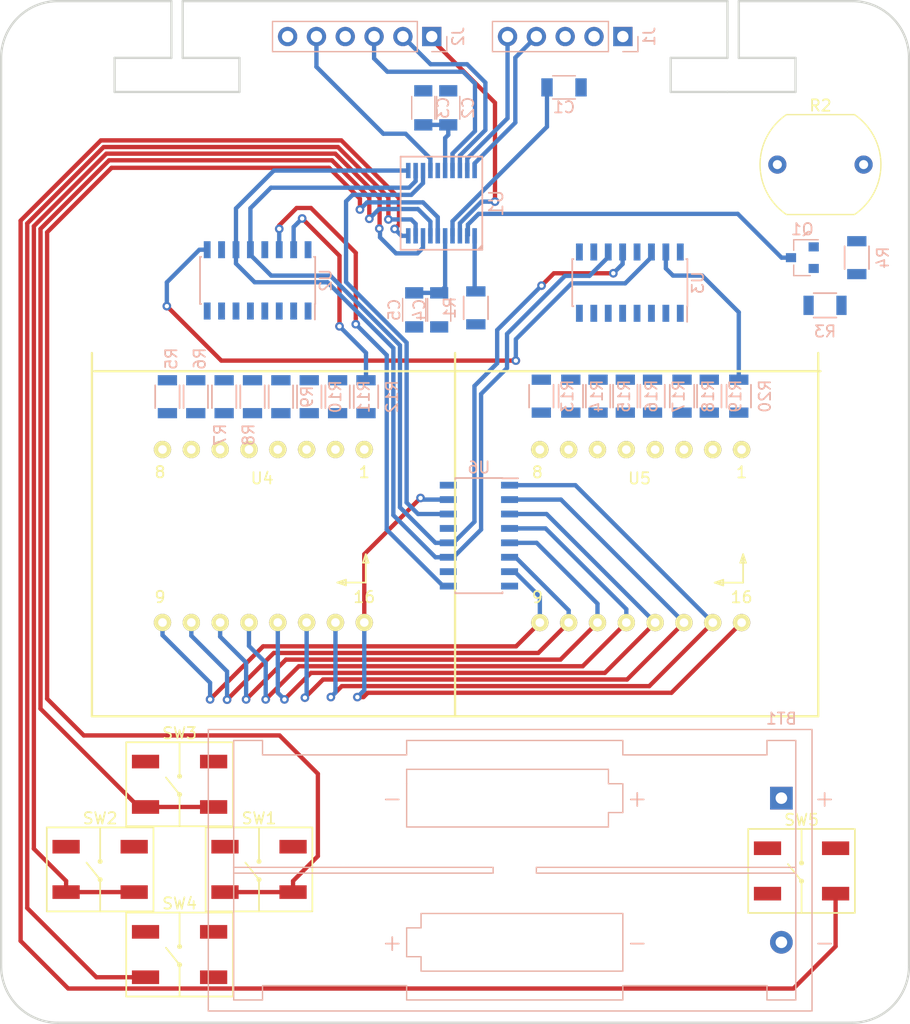
<source format=kicad_pcb>
(kicad_pcb (version 4) (host pcbnew 4.0.7)

  (general
    (links 0)
    (no_connects 75)
    (area 24.899999 24.899999 105.100001 115.100001)
    (thickness 1.6)
    (drawings 45)
    (tracks 292)
    (zones 0)
    (modules 40)
    (nets 63)
  )

  (page A4)
  (title_block
    (title "Beer Buddy")
    (date 2017-10-16)
    (rev V1)
    (comment 1 "All rights reserved")
    (comment 2 marcelobarrosalmeida@gmail.com)
    (comment 3 "Marcelo Barros de Almeida")
  )

  (layers
    (0 F.Cu signal)
    (31 B.Cu signal)
    (32 B.Adhes user)
    (33 F.Adhes user)
    (34 B.Paste user)
    (35 F.Paste user)
    (36 B.SilkS user)
    (37 F.SilkS user)
    (38 B.Mask user)
    (39 F.Mask user)
    (40 Dwgs.User user hide)
    (44 Edge.Cuts user)
    (45 Margin user)
    (46 B.CrtYd user)
    (47 F.CrtYd user)
    (48 B.Fab user hide)
    (49 F.Fab user hide)
  )

  (setup
    (last_trace_width 0.381)
    (user_trace_width 0.381)
    (user_trace_width 0.381)
    (user_trace_width 0.508)
    (user_trace_width 0.762)
    (trace_clearance 0.254)
    (zone_clearance 0.381)
    (zone_45_only no)
    (trace_min 0.381)
    (segment_width 0.2)
    (edge_width 0.2)
    (via_size 0.762)
    (via_drill 0.381)
    (via_min_size 0.762)
    (via_min_drill 0.381)
    (user_via 0.762 0.381)
    (uvia_size 0.3)
    (uvia_drill 0.1)
    (uvias_allowed no)
    (uvia_min_size 0)
    (uvia_min_drill 0)
    (pcb_text_width 0.3)
    (pcb_text_size 1.5 1.5)
    (mod_edge_width 0.15)
    (mod_text_size 1 1)
    (mod_text_width 0.15)
    (pad_size 1.524 1.524)
    (pad_drill 0.762)
    (pad_to_mask_clearance 0.2)
    (aux_axis_origin 0 0)
    (grid_origin 30 30)
    (visible_elements FFFFEF7F)
    (pcbplotparams
      (layerselection 0x010fc_80000001)
      (usegerberextensions true)
      (excludeedgelayer true)
      (linewidth 0.100000)
      (plotframeref false)
      (viasonmask false)
      (mode 1)
      (useauxorigin false)
      (hpglpennumber 1)
      (hpglpenspeed 20)
      (hpglpendiameter 15)
      (hpglpenoverlay 2)
      (psnegative false)
      (psa4output false)
      (plotreference true)
      (plotvalue true)
      (plotinvisibletext false)
      (padsonsilk false)
      (subtractmaskfromsilk false)
      (outputformat 1)
      (mirror false)
      (drillshape 0)
      (scaleselection 1)
      (outputdirectory gerber/))
  )

  (net 0 "")
  (net 1 VCC)
  (net 2 GND)
  (net 3 /NRST)
  (net 4 /SWDIO)
  (net 5 /SWCLK)
  (net 6 /UART_RX)
  (net 7 /UART_TX)
  (net 8 /GPIO0)
  (net 9 "Net-(J2-Pad5)")
  (net 10 "Net-(Q1-Pad1)")
  (net 11 /RXD)
  (net 12 "Net-(R1-Pad1)")
  (net 13 /SWRIGHT)
  (net 14 /SWLEFT)
  (net 15 /SWTOP)
  (net 16 /SWDOWN)
  (net 17 /SWMENU)
  (net 18 /MOSI)
  (net 19 /HOLD)
  (net 20 /SCK)
  (net 21 "Net-(U2-Pad9)")
  (net 22 "Net-(U2-Pad14)")
  (net 23 "Net-(U4-Pad9)")
  (net 24 "Net-(U4-Pad10)")
  (net 25 "Net-(U4-Pad11)")
  (net 26 "Net-(U4-Pad12)")
  (net 27 "Net-(U4-Pad13)")
  (net 28 "Net-(U4-Pad14)")
  (net 29 "Net-(U4-Pad15)")
  (net 30 "Net-(U4-Pad16)")
  (net 31 "Net-(R5-Pad1)")
  (net 32 "Net-(R5-Pad2)")
  (net 33 "Net-(R6-Pad1)")
  (net 34 "Net-(R6-Pad2)")
  (net 35 "Net-(R7-Pad1)")
  (net 36 "Net-(R7-Pad2)")
  (net 37 "Net-(R8-Pad1)")
  (net 38 "Net-(R8-Pad2)")
  (net 39 "Net-(R9-Pad1)")
  (net 40 "Net-(R9-Pad2)")
  (net 41 "Net-(R10-Pad1)")
  (net 42 "Net-(R10-Pad2)")
  (net 43 "Net-(R11-Pad1)")
  (net 44 "Net-(R11-Pad2)")
  (net 45 "Net-(R12-Pad1)")
  (net 46 "Net-(R12-Pad2)")
  (net 47 "Net-(R13-Pad1)")
  (net 48 "Net-(R13-Pad2)")
  (net 49 "Net-(R14-Pad1)")
  (net 50 "Net-(R14-Pad2)")
  (net 51 "Net-(R15-Pad1)")
  (net 52 "Net-(R15-Pad2)")
  (net 53 "Net-(R16-Pad1)")
  (net 54 "Net-(R16-Pad2)")
  (net 55 "Net-(R17-Pad1)")
  (net 56 "Net-(R17-Pad2)")
  (net 57 "Net-(R18-Pad1)")
  (net 58 "Net-(R18-Pad2)")
  (net 59 "Net-(R19-Pad1)")
  (net 60 "Net-(R19-Pad2)")
  (net 61 "Net-(R20-Pad1)")
  (net 62 "Net-(R20-Pad2)")

  (net_class Default "This is the default net class."
    (clearance 0.254)
    (trace_width 0.381)
    (via_dia 0.762)
    (via_drill 0.381)
    (uvia_dia 0.3)
    (uvia_drill 0.1)
    (add_net /GPIO0)
    (add_net /HOLD)
    (add_net /MOSI)
    (add_net /NRST)
    (add_net /RXD)
    (add_net /SCK)
    (add_net /SWCLK)
    (add_net /SWDIO)
    (add_net /SWDOWN)
    (add_net /SWLEFT)
    (add_net /SWMENU)
    (add_net /SWRIGHT)
    (add_net /SWTOP)
    (add_net /UART_RX)
    (add_net /UART_TX)
    (add_net GND)
    (add_net "Net-(J2-Pad5)")
    (add_net "Net-(Q1-Pad1)")
    (add_net "Net-(R1-Pad1)")
    (add_net "Net-(R10-Pad1)")
    (add_net "Net-(R10-Pad2)")
    (add_net "Net-(R11-Pad1)")
    (add_net "Net-(R11-Pad2)")
    (add_net "Net-(R12-Pad1)")
    (add_net "Net-(R12-Pad2)")
    (add_net "Net-(R13-Pad1)")
    (add_net "Net-(R13-Pad2)")
    (add_net "Net-(R14-Pad1)")
    (add_net "Net-(R14-Pad2)")
    (add_net "Net-(R15-Pad1)")
    (add_net "Net-(R15-Pad2)")
    (add_net "Net-(R16-Pad1)")
    (add_net "Net-(R16-Pad2)")
    (add_net "Net-(R17-Pad1)")
    (add_net "Net-(R17-Pad2)")
    (add_net "Net-(R18-Pad1)")
    (add_net "Net-(R18-Pad2)")
    (add_net "Net-(R19-Pad1)")
    (add_net "Net-(R19-Pad2)")
    (add_net "Net-(R20-Pad1)")
    (add_net "Net-(R20-Pad2)")
    (add_net "Net-(R5-Pad1)")
    (add_net "Net-(R5-Pad2)")
    (add_net "Net-(R6-Pad1)")
    (add_net "Net-(R6-Pad2)")
    (add_net "Net-(R7-Pad1)")
    (add_net "Net-(R7-Pad2)")
    (add_net "Net-(R8-Pad1)")
    (add_net "Net-(R8-Pad2)")
    (add_net "Net-(R9-Pad1)")
    (add_net "Net-(R9-Pad2)")
    (add_net "Net-(U2-Pad14)")
    (add_net "Net-(U2-Pad9)")
    (add_net "Net-(U4-Pad10)")
    (add_net "Net-(U4-Pad11)")
    (add_net "Net-(U4-Pad12)")
    (add_net "Net-(U4-Pad13)")
    (add_net "Net-(U4-Pad14)")
    (add_net "Net-(U4-Pad15)")
    (add_net "Net-(U4-Pad16)")
    (add_net "Net-(U4-Pad9)")
    (add_net VCC)
  )

  (module mods:LED_8x8_1.9MM_20x20MM_Horiz (layer F.Cu) (tedit 577BDEE7) (tstamp 5AA7CE79)
    (at 57 64.5 180)
    (path /5A98BB5A)
    (fp_text reference U4 (at 9 -2.54 180) (layer F.SilkS)
      (effects (font (size 1 1) (thickness 0.15)))
    )
    (fp_text value LEDMX (at 9.2 4.3 180) (layer F.Fab)
      (effects (font (size 1 1) (thickness 0.15)))
    )
    (fp_line (start 18.99 2.48) (end -1.21 2.48) (layer F.Fab) (width 0.15))
    (fp_line (start 18.99 -17.72) (end 18.99 2.48) (layer F.Fab) (width 0.15))
    (fp_line (start -1.21 -17.72) (end 18.99 -17.72) (layer F.Fab) (width 0.15))
    (fp_line (start -1.21 2.48) (end -1.21 -17.72) (layer F.Fab) (width 0.15))
    (fp_text user 16 (at 0 -13 180) (layer F.SilkS)
      (effects (font (size 1 1) (thickness 0.15)))
    )
    (fp_text user 9 (at 18 -13 180) (layer F.SilkS)
      (effects (font (size 1 1) (thickness 0.15)))
    )
    (fp_text user 8 (at 18 -2 180) (layer F.SilkS)
      (effects (font (size 1 1) (thickness 0.15)))
    )
    (fp_text user 1 (at 0 -2 180) (layer F.SilkS)
      (effects (font (size 1 1) (thickness 0.15)))
    )
    (fp_line (start 1.618683 -11.468651) (end 2.368683 -11.718651) (layer F.SilkS) (width 0.15))
    (fp_line (start 1.618683 -11.968651) (end 1.618683 -11.468651) (layer F.SilkS) (width 0.15))
    (fp_line (start 2.368683 -11.718651) (end 1.618683 -11.968651) (layer F.SilkS) (width 0.15))
    (fp_line (start -0.131317 -11.718651) (end 2.368683 -11.718651) (layer F.SilkS) (width 0.15))
    (fp_line (start 0.118683 -9.968651) (end -0.131317 -9.218651) (layer F.SilkS) (width 0.15))
    (fp_line (start -0.381317 -9.968651) (end 0.118683 -9.968651) (layer F.SilkS) (width 0.15))
    (fp_line (start -0.131317 -9.218651) (end -0.381317 -9.968651) (layer F.SilkS) (width 0.15))
    (fp_line (start -0.131317 -11.718651) (end -0.131317 -9.218651) (layer F.SilkS) (width 0.15))
    (pad 1 thru_hole circle (at 0 0 180) (size 1.524 1.524) (drill 0.762) (layers *.Cu *.Mask F.SilkS)
      (net 45 "Net-(R12-Pad1)"))
    (pad 2 thru_hole circle (at 2.54 0 180) (size 1.524 1.524) (drill 0.762) (layers *.Cu *.Mask F.SilkS)
      (net 43 "Net-(R11-Pad1)"))
    (pad 3 thru_hole circle (at 5.08 0 180) (size 1.524 1.524) (drill 0.762) (layers *.Cu *.Mask F.SilkS)
      (net 41 "Net-(R10-Pad1)"))
    (pad 4 thru_hole circle (at 7.62 0 180) (size 1.524 1.524) (drill 0.762) (layers *.Cu *.Mask F.SilkS)
      (net 39 "Net-(R9-Pad1)"))
    (pad 5 thru_hole circle (at 10.16 0 180) (size 1.524 1.524) (drill 0.762) (layers *.Cu *.Mask F.SilkS)
      (net 37 "Net-(R8-Pad1)"))
    (pad 6 thru_hole circle (at 12.7 0 180) (size 1.524 1.524) (drill 0.762) (layers *.Cu *.Mask F.SilkS)
      (net 35 "Net-(R7-Pad1)"))
    (pad 7 thru_hole circle (at 15.24 0 180) (size 1.524 1.524) (drill 0.762) (layers *.Cu *.Mask F.SilkS)
      (net 33 "Net-(R6-Pad1)"))
    (pad 8 thru_hole circle (at 17.78 0 180) (size 1.524 1.524) (drill 0.762) (layers *.Cu *.Mask F.SilkS)
      (net 31 "Net-(R5-Pad1)"))
    (pad 9 thru_hole circle (at 17.78 -15.24 180) (size 1.524 1.524) (drill 0.762) (layers *.Cu *.Mask F.SilkS)
      (net 23 "Net-(U4-Pad9)"))
    (pad 10 thru_hole circle (at 15.24 -15.24 180) (size 1.524 1.524) (drill 0.762) (layers *.Cu *.Mask F.SilkS)
      (net 24 "Net-(U4-Pad10)"))
    (pad 11 thru_hole circle (at 12.7 -15.24 180) (size 1.524 1.524) (drill 0.762) (layers *.Cu *.Mask F.SilkS)
      (net 25 "Net-(U4-Pad11)"))
    (pad 12 thru_hole circle (at 10.16 -15.24 180) (size 1.524 1.524) (drill 0.762) (layers *.Cu *.Mask F.SilkS)
      (net 26 "Net-(U4-Pad12)"))
    (pad 13 thru_hole circle (at 7.62 -15.24 180) (size 1.524 1.524) (drill 0.762) (layers *.Cu *.Mask F.SilkS)
      (net 27 "Net-(U4-Pad13)"))
    (pad 14 thru_hole circle (at 5.08 -15.24 180) (size 1.524 1.524) (drill 0.762) (layers *.Cu *.Mask F.SilkS)
      (net 28 "Net-(U4-Pad14)"))
    (pad 15 thru_hole circle (at 2.54 -15.24 180) (size 1.524 1.524) (drill 0.762) (layers *.Cu *.Mask F.SilkS)
      (net 29 "Net-(U4-Pad15)"))
    (pad 16 thru_hole circle (at 0 -15.24 180) (size 1.524 1.524) (drill 0.762) (layers *.Cu *.Mask F.SilkS)
      (net 30 "Net-(U4-Pad16)"))
    (model ${KIPRJMOD}/../3d/led_matrix_8x8.wrl
      (at (xyz -0.31 -0.26 0))
      (scale (xyz 0.37 0.37 0.37))
      (rotate (xyz -90 0 0))
    )
  )

  (module Battery_Holders:Keystone_2468_2xAAA (layer B.Cu) (tedit 57A87332) (tstamp 5AA7CC87)
    (at 93.754 95.2145 180)
    (descr "2xAAA cell battery holder, Keystone P/N 2468")
    (tags "AAA battery cell holder")
    (path /59BA9EA9)
    (fp_text reference BT1 (at 0 7 360) (layer B.SilkS)
      (effects (font (size 1 1) (thickness 0.15)) (justify mirror))
    )
    (fp_text value AA (at 24.95 -7.8 180) (layer B.Fab)
      (effects (font (size 1 1) (thickness 0.15)) (justify mirror))
    )
    (fp_text user - (at 34.29 0 180) (layer B.SilkS)
      (effects (font (size 1.5 1.5) (thickness 0.15)) (justify mirror))
    )
    (fp_text user + (at 12.7 0 180) (layer B.SilkS)
      (effects (font (size 1.5 1.5) (thickness 0.15)) (justify mirror))
    )
    (fp_line (start 50.9 -19.15) (end 50.9 6.45) (layer B.CrtYd) (width 0.05))
    (fp_line (start -3.1 -19.15) (end 50.9 -19.15) (layer B.CrtYd) (width 0.05))
    (fp_line (start -3.1 6.45) (end -3.1 -19.15) (layer B.CrtYd) (width 0.05))
    (fp_line (start 50.9 6.45) (end -3.1 6.45) (layer B.CrtYd) (width 0.05))
    (fp_line (start 50.5 -18.75) (end 50.5 6.05) (layer B.SilkS) (width 0.12))
    (fp_line (start -2.7 -18.75) (end 50.5 -18.75) (layer B.SilkS) (width 0.12))
    (fp_line (start -2.7 6.05) (end -2.7 -18.75) (layer B.SilkS) (width 0.12))
    (fp_line (start 50.5 6.05) (end -2.7 6.05) (layer B.SilkS) (width 0.12))
    (fp_line (start 13.97 -15.24) (end 13.97 -10.16) (layer B.SilkS) (width 0.12))
    (fp_line (start 13.97 -10.16) (end 31.75 -10.16) (layer B.SilkS) (width 0.12))
    (fp_line (start 31.75 -10.16) (end 31.75 -11.43) (layer B.SilkS) (width 0.12))
    (fp_line (start 31.75 -11.43) (end 33.02 -11.43) (layer B.SilkS) (width 0.12))
    (fp_line (start 33.02 -11.43) (end 33.02 -13.97) (layer B.SilkS) (width 0.12))
    (fp_line (start 33.02 -13.97) (end 31.75 -13.97) (layer B.SilkS) (width 0.12))
    (fp_line (start 31.75 -13.97) (end 31.75 -15.24) (layer B.SilkS) (width 0.12))
    (fp_line (start 31.75 -15.24) (end 13.97 -15.24) (layer B.SilkS) (width 0.12))
    (fp_line (start 33.02 1.27) (end 33.02 -2.54) (layer B.SilkS) (width 0.12))
    (fp_line (start 33.02 -2.54) (end 15.24 -2.54) (layer B.SilkS) (width 0.12))
    (fp_line (start 15.24 -2.54) (end 15.24 -1.27) (layer B.SilkS) (width 0.12))
    (fp_line (start 15.24 -1.27) (end 13.97 -1.27) (layer B.SilkS) (width 0.12))
    (fp_line (start 13.97 -1.27) (end 13.97 1.27) (layer B.SilkS) (width 0.12))
    (fp_line (start 13.97 1.27) (end 15.24 1.27) (layer B.SilkS) (width 0.12))
    (fp_line (start 15.24 1.27) (end 15.24 2.54) (layer B.SilkS) (width 0.12))
    (fp_line (start 15.24 2.54) (end 33.02 2.54) (layer B.SilkS) (width 0.12))
    (fp_line (start 33.02 2.54) (end 33.02 1.27) (layer B.SilkS) (width 0.12))
    (fp_line (start -1.27 -6.096) (end 21.59 -6.096) (layer B.SilkS) (width 0.12))
    (fp_line (start 21.59 -6.096) (end 21.59 -6.604) (layer B.SilkS) (width 0.12))
    (fp_line (start 21.59 -6.604) (end -1.27 -6.604) (layer B.SilkS) (width 0.12))
    (fp_line (start 48.26 -6.096) (end 25.4 -6.096) (layer B.SilkS) (width 0.12))
    (fp_line (start 25.4 -6.096) (end 25.4 -6.604) (layer B.SilkS) (width 0.12))
    (fp_line (start 25.4 -6.604) (end 48.26 -6.604) (layer B.SilkS) (width 0.12))
    (fp_line (start 13.97 -16.51) (end 13.97 -17.78) (layer B.SilkS) (width 0.12))
    (fp_line (start 13.97 -17.78) (end 33.02 -17.78) (layer B.SilkS) (width 0.12))
    (fp_line (start 33.02 -17.78) (end 33.02 -16.51) (layer B.SilkS) (width 0.12))
    (fp_line (start 45.72 3.81) (end 33.02 3.81) (layer B.SilkS) (width 0.12))
    (fp_line (start 33.02 3.81) (end 33.02 5.08) (layer B.SilkS) (width 0.12))
    (fp_line (start 33.02 5.08) (end 13.97 5.08) (layer B.SilkS) (width 0.12))
    (fp_line (start 13.97 5.08) (end 13.97 3.81) (layer B.SilkS) (width 0.12))
    (fp_line (start 45.72 -16.51) (end 33.02 -16.51) (layer B.SilkS) (width 0.12))
    (fp_line (start 1.27 3.81) (end 13.97 3.81) (layer B.SilkS) (width 0.12))
    (fp_line (start 1.27 3.81) (end 1.27 5.08) (layer B.SilkS) (width 0.12))
    (fp_line (start 1.27 5.08) (end -1.27 5.08) (layer B.SilkS) (width 0.12))
    (fp_line (start -1.27 5.08) (end -1.27 -17.78) (layer B.SilkS) (width 0.12))
    (fp_line (start -1.27 -17.78) (end 1.27 -17.78) (layer B.SilkS) (width 0.12))
    (fp_line (start 1.27 -17.78) (end 1.27 -16.51) (layer B.SilkS) (width 0.12))
    (fp_line (start 1.27 -16.51) (end 13.97 -16.51) (layer B.SilkS) (width 0.12))
    (fp_line (start 48.26 5.08) (end 45.72 5.08) (layer B.SilkS) (width 0.12))
    (fp_line (start 45.72 5.08) (end 45.72 3.81) (layer B.SilkS) (width 0.12))
    (fp_line (start 48.26 5.08) (end 48.26 -17.78) (layer B.SilkS) (width 0.12))
    (fp_line (start 48.26 -17.78) (end 45.72 -17.78) (layer B.SilkS) (width 0.12))
    (fp_line (start 45.72 -17.78) (end 45.72 -16.51) (layer B.SilkS) (width 0.12))
    (fp_line (start -2.6 -18.65) (end -2.6 -6.35) (layer B.Fab) (width 0.1))
    (fp_line (start 50.4 -18.65) (end 50.4 5.95) (layer B.Fab) (width 0.1))
    (fp_line (start -2.6 -18.65) (end 50.4 -18.65) (layer B.Fab) (width 0.1))
    (fp_line (start -2.6 -6.35) (end -2.6 5.95) (layer B.Fab) (width 0.1))
    (fp_line (start -2.6 5.95) (end 50.4 5.95) (layer B.Fab) (width 0.1))
    (fp_text user + (at 34.29 -12.7 180) (layer B.SilkS)
      (effects (font (size 1.5 1.5) (thickness 0.15)) (justify mirror))
    )
    (fp_text user - (at 12.7 -12.7 180) (layer B.SilkS)
      (effects (font (size 1.5 1.5) (thickness 0.15)) (justify mirror))
    )
    (fp_text user + (at -3.81 0 180) (layer B.SilkS)
      (effects (font (size 1.5 1.5) (thickness 0.15)) (justify mirror))
    )
    (fp_text user - (at -3.81 -12.7 180) (layer B.SilkS)
      (effects (font (size 1.5 1.5) (thickness 0.15)) (justify mirror))
    )
    (pad 1 thru_hole rect (at 0 0 180) (size 2 2) (drill 1.02) (layers *.Cu *.Mask)
      (net 1 VCC))
    (pad 2 thru_hole circle (at 0 -12.7 180) (size 2 2) (drill 1.02) (layers *.Cu *.Mask)
      (net 2 GND))
    (pad "" np_thru_hole circle (at 8.636 -8.6995 180) (size 3.5 3.5) (drill 3.5) (layers *.Cu *.Mask))
    (pad "" np_thru_hole circle (at 38.608 -3.9624 180) (size 3.5 3.5) (drill 3.5) (layers *.Cu *.Mask))
    (model ${KIPRJMOD}/../3d/aaa.wrl
      (at (xyz 1 -0.2 0.2))
      (scale (xyz 0.394 0.394 0.394))
      (rotate (xyz -90 0 90))
    )
  )

  (module Capacitors_SMD:C_1206 (layer B.Cu) (tedit 58AA84B8) (tstamp 5AA7CC98)
    (at 74.6 32.6)
    (descr "Capacitor SMD 1206, reflow soldering, AVX (see smccp.pdf)")
    (tags "capacitor 1206")
    (path /59BAEEF8)
    (attr smd)
    (fp_text reference C1 (at 0 1.75) (layer B.SilkS)
      (effects (font (size 1 1) (thickness 0.15)) (justify mirror))
    )
    (fp_text value 100nF (at 0 -2) (layer B.Fab)
      (effects (font (size 1 1) (thickness 0.15)) (justify mirror))
    )
    (fp_text user %R (at 0 1.75) (layer B.Fab)
      (effects (font (size 1 1) (thickness 0.15)) (justify mirror))
    )
    (fp_line (start -1.6 -0.8) (end -1.6 0.8) (layer B.Fab) (width 0.1))
    (fp_line (start 1.6 -0.8) (end -1.6 -0.8) (layer B.Fab) (width 0.1))
    (fp_line (start 1.6 0.8) (end 1.6 -0.8) (layer B.Fab) (width 0.1))
    (fp_line (start -1.6 0.8) (end 1.6 0.8) (layer B.Fab) (width 0.1))
    (fp_line (start 1 1.02) (end -1 1.02) (layer B.SilkS) (width 0.12))
    (fp_line (start -1 -1.02) (end 1 -1.02) (layer B.SilkS) (width 0.12))
    (fp_line (start -2.25 1.05) (end 2.25 1.05) (layer B.CrtYd) (width 0.05))
    (fp_line (start -2.25 1.05) (end -2.25 -1.05) (layer B.CrtYd) (width 0.05))
    (fp_line (start 2.25 -1.05) (end 2.25 1.05) (layer B.CrtYd) (width 0.05))
    (fp_line (start 2.25 -1.05) (end -2.25 -1.05) (layer B.CrtYd) (width 0.05))
    (pad 1 smd rect (at -1.5 0) (size 1 1.6) (layers B.Cu B.Paste B.Mask)
      (net 3 /NRST))
    (pad 2 smd rect (at 1.5 0) (size 1 1.6) (layers B.Cu B.Paste B.Mask)
      (net 2 GND))
    (model Capacitors_SMD.3dshapes/C_1206.wrl
      (at (xyz 0 0 0))
      (scale (xyz 1 1 1))
      (rotate (xyz 0 0 0))
    )
  )

  (module Capacitors_SMD:C_1206 (layer B.Cu) (tedit 58AA84B8) (tstamp 5AA7CCA9)
    (at 64.4 34.4 90)
    (descr "Capacitor SMD 1206, reflow soldering, AVX (see smccp.pdf)")
    (tags "capacitor 1206")
    (path /59BAA939)
    (attr smd)
    (fp_text reference C2 (at 0 1.75 90) (layer B.SilkS)
      (effects (font (size 1 1) (thickness 0.15)) (justify mirror))
    )
    (fp_text value 100nF (at 0 -2 90) (layer B.Fab)
      (effects (font (size 1 1) (thickness 0.15)) (justify mirror))
    )
    (fp_text user %R (at 0 1.75 90) (layer B.Fab)
      (effects (font (size 1 1) (thickness 0.15)) (justify mirror))
    )
    (fp_line (start -1.6 -0.8) (end -1.6 0.8) (layer B.Fab) (width 0.1))
    (fp_line (start 1.6 -0.8) (end -1.6 -0.8) (layer B.Fab) (width 0.1))
    (fp_line (start 1.6 0.8) (end 1.6 -0.8) (layer B.Fab) (width 0.1))
    (fp_line (start -1.6 0.8) (end 1.6 0.8) (layer B.Fab) (width 0.1))
    (fp_line (start 1 1.02) (end -1 1.02) (layer B.SilkS) (width 0.12))
    (fp_line (start -1 -1.02) (end 1 -1.02) (layer B.SilkS) (width 0.12))
    (fp_line (start -2.25 1.05) (end 2.25 1.05) (layer B.CrtYd) (width 0.05))
    (fp_line (start -2.25 1.05) (end -2.25 -1.05) (layer B.CrtYd) (width 0.05))
    (fp_line (start 2.25 -1.05) (end 2.25 1.05) (layer B.CrtYd) (width 0.05))
    (fp_line (start 2.25 -1.05) (end -2.25 -1.05) (layer B.CrtYd) (width 0.05))
    (pad 1 smd rect (at -1.5 0 90) (size 1 1.6) (layers B.Cu B.Paste B.Mask)
      (net 1 VCC))
    (pad 2 smd rect (at 1.5 0 90) (size 1 1.6) (layers B.Cu B.Paste B.Mask)
      (net 2 GND))
    (model Capacitors_SMD.3dshapes/C_1206.wrl
      (at (xyz 0 0 0))
      (scale (xyz 1 1 1))
      (rotate (xyz 0 0 0))
    )
  )

  (module Capacitors_SMD:C_1206 (layer B.Cu) (tedit 58AA84B8) (tstamp 5AA7CCBA)
    (at 62.2 34.4 90)
    (descr "Capacitor SMD 1206, reflow soldering, AVX (see smccp.pdf)")
    (tags "capacitor 1206")
    (path /59BAA9D4)
    (attr smd)
    (fp_text reference C3 (at 0 1.75 90) (layer B.SilkS)
      (effects (font (size 1 1) (thickness 0.15)) (justify mirror))
    )
    (fp_text value 4.7uF (at 0 -2 90) (layer B.Fab)
      (effects (font (size 1 1) (thickness 0.15)) (justify mirror))
    )
    (fp_text user %R (at 0 1.75 90) (layer B.Fab)
      (effects (font (size 1 1) (thickness 0.15)) (justify mirror))
    )
    (fp_line (start -1.6 -0.8) (end -1.6 0.8) (layer B.Fab) (width 0.1))
    (fp_line (start 1.6 -0.8) (end -1.6 -0.8) (layer B.Fab) (width 0.1))
    (fp_line (start 1.6 0.8) (end 1.6 -0.8) (layer B.Fab) (width 0.1))
    (fp_line (start -1.6 0.8) (end 1.6 0.8) (layer B.Fab) (width 0.1))
    (fp_line (start 1 1.02) (end -1 1.02) (layer B.SilkS) (width 0.12))
    (fp_line (start -1 -1.02) (end 1 -1.02) (layer B.SilkS) (width 0.12))
    (fp_line (start -2.25 1.05) (end 2.25 1.05) (layer B.CrtYd) (width 0.05))
    (fp_line (start -2.25 1.05) (end -2.25 -1.05) (layer B.CrtYd) (width 0.05))
    (fp_line (start 2.25 -1.05) (end 2.25 1.05) (layer B.CrtYd) (width 0.05))
    (fp_line (start 2.25 -1.05) (end -2.25 -1.05) (layer B.CrtYd) (width 0.05))
    (pad 1 smd rect (at -1.5 0 90) (size 1 1.6) (layers B.Cu B.Paste B.Mask)
      (net 1 VCC))
    (pad 2 smd rect (at 1.5 0 90) (size 1 1.6) (layers B.Cu B.Paste B.Mask)
      (net 2 GND))
    (model Capacitors_SMD.3dshapes/C_1206.wrl
      (at (xyz 0 0 0))
      (scale (xyz 1 1 1))
      (rotate (xyz 0 0 0))
    )
  )

  (module Capacitors_SMD:C_1206 (layer B.Cu) (tedit 58AA84B8) (tstamp 5AA7CCCB)
    (at 63.6 52.2 270)
    (descr "Capacitor SMD 1206, reflow soldering, AVX (see smccp.pdf)")
    (tags "capacitor 1206")
    (path /59BACBBE)
    (attr smd)
    (fp_text reference C4 (at 0 1.75 270) (layer B.SilkS)
      (effects (font (size 1 1) (thickness 0.15)) (justify mirror))
    )
    (fp_text value 10nF (at 0 -2 270) (layer B.Fab)
      (effects (font (size 1 1) (thickness 0.15)) (justify mirror))
    )
    (fp_text user %R (at 0 1.75 270) (layer B.Fab)
      (effects (font (size 1 1) (thickness 0.15)) (justify mirror))
    )
    (fp_line (start -1.6 -0.8) (end -1.6 0.8) (layer B.Fab) (width 0.1))
    (fp_line (start 1.6 -0.8) (end -1.6 -0.8) (layer B.Fab) (width 0.1))
    (fp_line (start 1.6 0.8) (end 1.6 -0.8) (layer B.Fab) (width 0.1))
    (fp_line (start -1.6 0.8) (end 1.6 0.8) (layer B.Fab) (width 0.1))
    (fp_line (start 1 1.02) (end -1 1.02) (layer B.SilkS) (width 0.12))
    (fp_line (start -1 -1.02) (end 1 -1.02) (layer B.SilkS) (width 0.12))
    (fp_line (start -2.25 1.05) (end 2.25 1.05) (layer B.CrtYd) (width 0.05))
    (fp_line (start -2.25 1.05) (end -2.25 -1.05) (layer B.CrtYd) (width 0.05))
    (fp_line (start 2.25 -1.05) (end 2.25 1.05) (layer B.CrtYd) (width 0.05))
    (fp_line (start 2.25 -1.05) (end -2.25 -1.05) (layer B.CrtYd) (width 0.05))
    (pad 1 smd rect (at -1.5 0 270) (size 1 1.6) (layers B.Cu B.Paste B.Mask)
      (net 1 VCC))
    (pad 2 smd rect (at 1.5 0 270) (size 1 1.6) (layers B.Cu B.Paste B.Mask)
      (net 2 GND))
    (model Capacitors_SMD.3dshapes/C_1206.wrl
      (at (xyz 0 0 0))
      (scale (xyz 1 1 1))
      (rotate (xyz 0 0 0))
    )
  )

  (module Capacitors_SMD:C_1206 (layer B.Cu) (tedit 58AA84B8) (tstamp 5AA7CCDC)
    (at 61.4 52.2 270)
    (descr "Capacitor SMD 1206, reflow soldering, AVX (see smccp.pdf)")
    (tags "capacitor 1206")
    (path /59BAAA5C)
    (attr smd)
    (fp_text reference C5 (at 0 1.75 270) (layer B.SilkS)
      (effects (font (size 1 1) (thickness 0.15)) (justify mirror))
    )
    (fp_text value 1uF (at 0 -2 270) (layer B.Fab)
      (effects (font (size 1 1) (thickness 0.15)) (justify mirror))
    )
    (fp_text user %R (at 0 1.75 270) (layer B.Fab)
      (effects (font (size 1 1) (thickness 0.15)) (justify mirror))
    )
    (fp_line (start -1.6 -0.8) (end -1.6 0.8) (layer B.Fab) (width 0.1))
    (fp_line (start 1.6 -0.8) (end -1.6 -0.8) (layer B.Fab) (width 0.1))
    (fp_line (start 1.6 0.8) (end 1.6 -0.8) (layer B.Fab) (width 0.1))
    (fp_line (start -1.6 0.8) (end 1.6 0.8) (layer B.Fab) (width 0.1))
    (fp_line (start 1 1.02) (end -1 1.02) (layer B.SilkS) (width 0.12))
    (fp_line (start -1 -1.02) (end 1 -1.02) (layer B.SilkS) (width 0.12))
    (fp_line (start -2.25 1.05) (end 2.25 1.05) (layer B.CrtYd) (width 0.05))
    (fp_line (start -2.25 1.05) (end -2.25 -1.05) (layer B.CrtYd) (width 0.05))
    (fp_line (start 2.25 -1.05) (end 2.25 1.05) (layer B.CrtYd) (width 0.05))
    (fp_line (start 2.25 -1.05) (end -2.25 -1.05) (layer B.CrtYd) (width 0.05))
    (pad 1 smd rect (at -1.5 0 270) (size 1 1.6) (layers B.Cu B.Paste B.Mask)
      (net 1 VCC))
    (pad 2 smd rect (at 1.5 0 270) (size 1 1.6) (layers B.Cu B.Paste B.Mask)
      (net 2 GND))
    (model Capacitors_SMD.3dshapes/C_1206.wrl
      (at (xyz 0 0 0))
      (scale (xyz 1 1 1))
      (rotate (xyz 0 0 0))
    )
  )

  (module Pin_Headers:Pin_Header_Straight_1x05_Pitch2.54mm (layer B.Cu) (tedit 59650532) (tstamp 5AA7CCF5)
    (at 79.784 28.1204 90)
    (descr "Through hole straight pin header, 1x05, 2.54mm pitch, single row")
    (tags "Through hole pin header THT 1x05 2.54mm single row")
    (path /59BAEBA9)
    (fp_text reference J1 (at 0 2.33 90) (layer B.SilkS)
      (effects (font (size 1 1) (thickness 0.15)) (justify mirror))
    )
    (fp_text value SWD (at 0 -12.49 90) (layer B.Fab)
      (effects (font (size 1 1) (thickness 0.15)) (justify mirror))
    )
    (fp_line (start -0.635 1.27) (end 1.27 1.27) (layer B.Fab) (width 0.1))
    (fp_line (start 1.27 1.27) (end 1.27 -11.43) (layer B.Fab) (width 0.1))
    (fp_line (start 1.27 -11.43) (end -1.27 -11.43) (layer B.Fab) (width 0.1))
    (fp_line (start -1.27 -11.43) (end -1.27 0.635) (layer B.Fab) (width 0.1))
    (fp_line (start -1.27 0.635) (end -0.635 1.27) (layer B.Fab) (width 0.1))
    (fp_line (start -1.33 -11.49) (end 1.33 -11.49) (layer B.SilkS) (width 0.12))
    (fp_line (start -1.33 -1.27) (end -1.33 -11.49) (layer B.SilkS) (width 0.12))
    (fp_line (start 1.33 -1.27) (end 1.33 -11.49) (layer B.SilkS) (width 0.12))
    (fp_line (start -1.33 -1.27) (end 1.33 -1.27) (layer B.SilkS) (width 0.12))
    (fp_line (start -1.33 0) (end -1.33 1.33) (layer B.SilkS) (width 0.12))
    (fp_line (start -1.33 1.33) (end 0 1.33) (layer B.SilkS) (width 0.12))
    (fp_line (start -1.8 1.8) (end -1.8 -11.95) (layer B.CrtYd) (width 0.05))
    (fp_line (start -1.8 -11.95) (end 1.8 -11.95) (layer B.CrtYd) (width 0.05))
    (fp_line (start 1.8 -11.95) (end 1.8 1.8) (layer B.CrtYd) (width 0.05))
    (fp_line (start 1.8 1.8) (end -1.8 1.8) (layer B.CrtYd) (width 0.05))
    (fp_text user %R (at 0 -5.08 360) (layer B.Fab)
      (effects (font (size 1 1) (thickness 0.15)) (justify mirror))
    )
    (pad 1 thru_hole rect (at 0 0 90) (size 1.7 1.7) (drill 1) (layers *.Cu *.Mask)
      (net 1 VCC))
    (pad 2 thru_hole oval (at 0 -2.54 90) (size 1.7 1.7) (drill 1) (layers *.Cu *.Mask)
      (net 2 GND))
    (pad 3 thru_hole oval (at 0 -5.08 90) (size 1.7 1.7) (drill 1) (layers *.Cu *.Mask)
      (net 3 /NRST))
    (pad 4 thru_hole oval (at 0 -7.62 90) (size 1.7 1.7) (drill 1) (layers *.Cu *.Mask)
      (net 4 /SWDIO))
    (pad 5 thru_hole oval (at 0 -10.16 90) (size 1.7 1.7) (drill 1) (layers *.Cu *.Mask)
      (net 5 /SWCLK))
    (model ${KISYS3DMOD}/Pin_Headers.3dshapes/Pin_Header_Straight_1x05_Pitch2.54mm.wrl
      (at (xyz 0 0 0))
      (scale (xyz 1 1 1))
      (rotate (xyz 0 0 0))
    )
  )

  (module Pin_Headers:Pin_Header_Straight_1x06_Pitch2.54mm (layer B.Cu) (tedit 59650532) (tstamp 5AA7CD0F)
    (at 62.9438 28.1204 90)
    (descr "Through hole straight pin header, 1x06, 2.54mm pitch, single row")
    (tags "Through hole pin header THT 1x06 2.54mm single row")
    (path /5A9945F5)
    (fp_text reference J2 (at 0 2.33 90) (layer B.SilkS)
      (effects (font (size 1 1) (thickness 0.15)) (justify mirror))
    )
    (fp_text value Conn_01x06 (at 0 -15.03 90) (layer B.Fab)
      (effects (font (size 1 1) (thickness 0.15)) (justify mirror))
    )
    (fp_line (start -0.635 1.27) (end 1.27 1.27) (layer B.Fab) (width 0.1))
    (fp_line (start 1.27 1.27) (end 1.27 -13.97) (layer B.Fab) (width 0.1))
    (fp_line (start 1.27 -13.97) (end -1.27 -13.97) (layer B.Fab) (width 0.1))
    (fp_line (start -1.27 -13.97) (end -1.27 0.635) (layer B.Fab) (width 0.1))
    (fp_line (start -1.27 0.635) (end -0.635 1.27) (layer B.Fab) (width 0.1))
    (fp_line (start -1.33 -14.03) (end 1.33 -14.03) (layer B.SilkS) (width 0.12))
    (fp_line (start -1.33 -1.27) (end -1.33 -14.03) (layer B.SilkS) (width 0.12))
    (fp_line (start 1.33 -1.27) (end 1.33 -14.03) (layer B.SilkS) (width 0.12))
    (fp_line (start -1.33 -1.27) (end 1.33 -1.27) (layer B.SilkS) (width 0.12))
    (fp_line (start -1.33 0) (end -1.33 1.33) (layer B.SilkS) (width 0.12))
    (fp_line (start -1.33 1.33) (end 0 1.33) (layer B.SilkS) (width 0.12))
    (fp_line (start -1.8 1.8) (end -1.8 -14.5) (layer B.CrtYd) (width 0.05))
    (fp_line (start -1.8 -14.5) (end 1.8 -14.5) (layer B.CrtYd) (width 0.05))
    (fp_line (start 1.8 -14.5) (end 1.8 1.8) (layer B.CrtYd) (width 0.05))
    (fp_line (start 1.8 1.8) (end -1.8 1.8) (layer B.CrtYd) (width 0.05))
    (fp_text user %R (at 0 -6.35 360) (layer B.Fab)
      (effects (font (size 1 1) (thickness 0.15)) (justify mirror))
    )
    (pad 1 thru_hole rect (at 0 0 90) (size 1.7 1.7) (drill 1) (layers *.Cu *.Mask)
      (net 8 /GPIO0))
    (pad 2 thru_hole oval (at 0 -2.54 90) (size 1.7 1.7) (drill 1) (layers *.Cu *.Mask)
      (net 6 /UART_RX))
    (pad 3 thru_hole oval (at 0 -5.08 90) (size 1.7 1.7) (drill 1) (layers *.Cu *.Mask)
      (net 7 /UART_TX))
    (pad 4 thru_hole oval (at 0 -7.62 90) (size 1.7 1.7) (drill 1) (layers *.Cu *.Mask)
      (net 1 VCC))
    (pad 5 thru_hole oval (at 0 -10.16 90) (size 1.7 1.7) (drill 1) (layers *.Cu *.Mask)
      (net 9 "Net-(J2-Pad5)"))
    (pad 6 thru_hole oval (at 0 -12.7 90) (size 1.7 1.7) (drill 1) (layers *.Cu *.Mask)
      (net 2 GND))
    (model ${KISYS3DMOD}/Pin_Headers.3dshapes/Pin_Header_Straight_1x06_Pitch2.54mm.wrl
      (at (xyz 0 0 0))
      (scale (xyz 1 1 1))
      (rotate (xyz 0 0 0))
    )
  )

  (module TO_SOT_Packages_SMD:SOT-23 (layer B.Cu) (tedit 58CE4E7E) (tstamp 5AA7CD24)
    (at 95.6 47.6 180)
    (descr "SOT-23, Standard")
    (tags SOT-23)
    (path /5A98593F)
    (attr smd)
    (fp_text reference Q1 (at 0 2.5 180) (layer B.SilkS)
      (effects (font (size 1 1) (thickness 0.15)) (justify mirror))
    )
    (fp_text value NMOS_GSD (at 0 -2.5 180) (layer B.Fab)
      (effects (font (size 1 1) (thickness 0.15)) (justify mirror))
    )
    (fp_text user %R (at 0 0 450) (layer B.Fab)
      (effects (font (size 0.5 0.5) (thickness 0.075)) (justify mirror))
    )
    (fp_line (start -0.7 0.95) (end -0.7 -1.5) (layer B.Fab) (width 0.1))
    (fp_line (start -0.15 1.52) (end 0.7 1.52) (layer B.Fab) (width 0.1))
    (fp_line (start -0.7 0.95) (end -0.15 1.52) (layer B.Fab) (width 0.1))
    (fp_line (start 0.7 1.52) (end 0.7 -1.52) (layer B.Fab) (width 0.1))
    (fp_line (start -0.7 -1.52) (end 0.7 -1.52) (layer B.Fab) (width 0.1))
    (fp_line (start 0.76 -1.58) (end 0.76 -0.65) (layer B.SilkS) (width 0.12))
    (fp_line (start 0.76 1.58) (end 0.76 0.65) (layer B.SilkS) (width 0.12))
    (fp_line (start -1.7 1.75) (end 1.7 1.75) (layer B.CrtYd) (width 0.05))
    (fp_line (start 1.7 1.75) (end 1.7 -1.75) (layer B.CrtYd) (width 0.05))
    (fp_line (start 1.7 -1.75) (end -1.7 -1.75) (layer B.CrtYd) (width 0.05))
    (fp_line (start -1.7 -1.75) (end -1.7 1.75) (layer B.CrtYd) (width 0.05))
    (fp_line (start 0.76 1.58) (end -1.4 1.58) (layer B.SilkS) (width 0.12))
    (fp_line (start 0.76 -1.58) (end -0.7 -1.58) (layer B.SilkS) (width 0.12))
    (pad 1 smd rect (at -1 0.95 180) (size 0.9 0.8) (layers B.Cu B.Paste B.Mask)
      (net 10 "Net-(Q1-Pad1)"))
    (pad 2 smd rect (at -1 -0.95 180) (size 0.9 0.8) (layers B.Cu B.Paste B.Mask)
      (net 2 GND))
    (pad 3 smd rect (at 1 0 180) (size 0.9 0.8) (layers B.Cu B.Paste B.Mask)
      (net 11 /RXD))
    (model ${KISYS3DMOD}/TO_SOT_Packages_SMD.3dshapes/SOT-23.wrl
      (at (xyz 0 0 0))
      (scale (xyz 1 1 1))
      (rotate (xyz 0 0 0))
    )
  )

  (module mods:R_1206_CUSTOM (layer B.Cu) (tedit 5415CFA7) (tstamp 5AA7CD30)
    (at 66.83 52.0218 270)
    (descr "Resistor SMD 1206, reflow soldering, Vishay (see dcrcw.pdf)")
    (tags "resistor 1206")
    (path /59BABBC1)
    (attr smd)
    (fp_text reference R1 (at 0 2.3 270) (layer B.SilkS)
      (effects (font (size 1 1) (thickness 0.15)) (justify mirror))
    )
    (fp_text value 10K (at 0 -2.3 270) (layer B.Fab)
      (effects (font (size 1 1) (thickness 0.15)) (justify mirror))
    )
    (fp_line (start -2.2 1.2) (end 2.2 1.2) (layer B.CrtYd) (width 0.05))
    (fp_line (start -2.2 -1.2) (end 2.2 -1.2) (layer B.CrtYd) (width 0.05))
    (fp_line (start -2.2 1.2) (end -2.2 -1.2) (layer B.CrtYd) (width 0.05))
    (fp_line (start 2.2 1.2) (end 2.2 -1.2) (layer B.CrtYd) (width 0.05))
    (fp_line (start 1 -1.075) (end -1 -1.075) (layer B.SilkS) (width 0.15))
    (fp_line (start -1 1.075) (end 1 1.075) (layer B.SilkS) (width 0.15))
    (pad 1 smd rect (at -1.45 0 270) (size 0.9 1.7) (layers B.Cu B.Paste B.Mask)
      (net 12 "Net-(R1-Pad1)"))
    (pad 2 smd rect (at 1.45 0 270) (size 0.9 1.7) (layers B.Cu B.Paste B.Mask)
      (net 2 GND))
    (model Resistors_SMD.3dshapes/R_1206.wrl
      (at (xyz 0 0 0))
      (scale (xyz 1 1 1))
      (rotate (xyz 0 0 0))
    )
  )

  (module Opto-Devices:Resistor_LDR_10x8.5_RM7.6 (layer F.Cu) (tedit 588BD0EB) (tstamp 5AA7CD4F)
    (at 93.4 39.4)
    (descr "Resistor, LDR 10x8.5mm")
    (tags "Resistor LDR10.8.5mm")
    (path /5A985762)
    (fp_text reference R2 (at 3.8 -5.2) (layer F.SilkS)
      (effects (font (size 1 1) (thickness 0.15)))
    )
    (fp_text value LDR03 (at 3.7 5.2) (layer F.Fab)
      (effects (font (size 1 1) (thickness 0.15)))
    )
    (fp_line (start 0.8 4.4) (end 6.8 4.4) (layer F.SilkS) (width 0.12))
    (fp_line (start 0.8 -4.4) (end 6.8 -4.4) (layer F.SilkS) (width 0.12))
    (fp_line (start 2.9 -1.8) (end 4.7 -1.8) (layer F.Fab) (width 0.1))
    (fp_line (start 4.7 -1.8) (end 4.7 -1.2) (layer F.Fab) (width 0.1))
    (fp_line (start 4.7 -1.2) (end 2.9 -1.2) (layer F.Fab) (width 0.1))
    (fp_line (start 2.9 -1.2) (end 2.9 -0.6) (layer F.Fab) (width 0.1))
    (fp_line (start 2.9 -0.6) (end 4.7 -0.6) (layer F.Fab) (width 0.1))
    (fp_line (start 4.7 -0.6) (end 4.7 0) (layer F.Fab) (width 0.1))
    (fp_line (start 4.7 0) (end 2.9 0) (layer F.Fab) (width 0.1))
    (fp_line (start 2.9 0) (end 2.9 0.6) (layer F.Fab) (width 0.1))
    (fp_line (start 2.9 0.6) (end 4.7 0.6) (layer F.Fab) (width 0.1))
    (fp_line (start 4.7 0.6) (end 4.7 1.2) (layer F.Fab) (width 0.1))
    (fp_line (start 4.7 1.2) (end 2.9 1.2) (layer F.Fab) (width 0.1))
    (fp_line (start 2.9 1.2) (end 2.9 1.8) (layer F.Fab) (width 0.1))
    (fp_line (start 2.9 1.8) (end 4.7 1.8) (layer F.Fab) (width 0.1))
    (fp_line (start 6.8 4.25) (end 0.8 4.25) (layer F.Fab) (width 0.1))
    (fp_line (start 0.8 -4.25) (end 6.8 -4.25) (layer F.Fab) (width 0.1))
    (fp_line (start -1.65 -4.5) (end 9.25 -4.5) (layer F.CrtYd) (width 0.05))
    (fp_line (start -1.65 -4.5) (end -1.65 4.5) (layer F.CrtYd) (width 0.05))
    (fp_line (start 9.25 4.5) (end 9.25 -4.5) (layer F.CrtYd) (width 0.05))
    (fp_line (start 9.25 4.5) (end -1.65 4.5) (layer F.CrtYd) (width 0.05))
    (fp_arc (start 3.8 0) (end 0.8 4.4) (angle 111) (layer F.SilkS) (width 0.12))
    (fp_arc (start 3.8 0) (end 6.8 -4.4) (angle 111) (layer F.SilkS) (width 0.12))
    (fp_arc (start 3.8 0) (end 6.8 -4.25) (angle 109) (layer F.Fab) (width 0.1))
    (fp_arc (start 3.8 0) (end 0.8 4.25) (angle 109) (layer F.Fab) (width 0.1))
    (pad 1 thru_hole circle (at 0 0) (size 1.6 1.6) (drill 0.8) (layers *.Cu *.Mask)
      (net 1 VCC))
    (pad 2 thru_hole circle (at 7.6 0) (size 1.6 1.6) (drill 0.8) (layers *.Cu *.Mask)
      (net 10 "Net-(Q1-Pad1)"))
    (model ${KIPRJMOD}/../3d/ldr.wrl
      (at (xyz 0.15 0 0.17))
      (scale (xyz 0.7 0.7 0.7))
      (rotate (xyz -90 0 90))
    )
  )

  (module mods:R_1206_CUSTOM (layer B.Cu) (tedit 5415CFA7) (tstamp 5AA7CD5B)
    (at 97.6 51.8)
    (descr "Resistor SMD 1206, reflow soldering, Vishay (see dcrcw.pdf)")
    (tags "resistor 1206")
    (path /5A985BF2)
    (attr smd)
    (fp_text reference R3 (at 0 2.3) (layer B.SilkS)
      (effects (font (size 1 1) (thickness 0.15)) (justify mirror))
    )
    (fp_text value 4k7 (at 0 -2.3) (layer B.Fab)
      (effects (font (size 1 1) (thickness 0.15)) (justify mirror))
    )
    (fp_line (start -2.2 1.2) (end 2.2 1.2) (layer B.CrtYd) (width 0.05))
    (fp_line (start -2.2 -1.2) (end 2.2 -1.2) (layer B.CrtYd) (width 0.05))
    (fp_line (start -2.2 1.2) (end -2.2 -1.2) (layer B.CrtYd) (width 0.05))
    (fp_line (start 2.2 1.2) (end 2.2 -1.2) (layer B.CrtYd) (width 0.05))
    (fp_line (start 1 -1.075) (end -1 -1.075) (layer B.SilkS) (width 0.15))
    (fp_line (start -1 1.075) (end 1 1.075) (layer B.SilkS) (width 0.15))
    (pad 1 smd rect (at -1.45 0) (size 0.9 1.7) (layers B.Cu B.Paste B.Mask)
      (net 11 /RXD))
    (pad 2 smd rect (at 1.45 0) (size 0.9 1.7) (layers B.Cu B.Paste B.Mask)
      (net 1 VCC))
    (model Resistors_SMD.3dshapes/R_1206.wrl
      (at (xyz 0 0 0))
      (scale (xyz 1 1 1))
      (rotate (xyz 0 0 0))
    )
  )

  (module mods:R_1206_CUSTOM (layer B.Cu) (tedit 5415CFA7) (tstamp 5AA7CD67)
    (at 100.4 47.6 90)
    (descr "Resistor SMD 1206, reflow soldering, Vishay (see dcrcw.pdf)")
    (tags "resistor 1206")
    (path /5A985859)
    (attr smd)
    (fp_text reference R4 (at 0 2.3 90) (layer B.SilkS)
      (effects (font (size 1 1) (thickness 0.15)) (justify mirror))
    )
    (fp_text value 200R (at 0 -2.3 90) (layer B.Fab)
      (effects (font (size 1 1) (thickness 0.15)) (justify mirror))
    )
    (fp_line (start -2.2 1.2) (end 2.2 1.2) (layer B.CrtYd) (width 0.05))
    (fp_line (start -2.2 -1.2) (end 2.2 -1.2) (layer B.CrtYd) (width 0.05))
    (fp_line (start -2.2 1.2) (end -2.2 -1.2) (layer B.CrtYd) (width 0.05))
    (fp_line (start 2.2 1.2) (end 2.2 -1.2) (layer B.CrtYd) (width 0.05))
    (fp_line (start 1 -1.075) (end -1 -1.075) (layer B.SilkS) (width 0.15))
    (fp_line (start -1 1.075) (end 1 1.075) (layer B.SilkS) (width 0.15))
    (pad 1 smd rect (at -1.45 0 90) (size 0.9 1.7) (layers B.Cu B.Paste B.Mask)
      (net 2 GND))
    (pad 2 smd rect (at 1.45 0 90) (size 0.9 1.7) (layers B.Cu B.Paste B.Mask)
      (net 10 "Net-(Q1-Pad1)"))
    (model Resistors_SMD.3dshapes/R_1206.wrl
      (at (xyz 0 0 0))
      (scale (xyz 1 1 1))
      (rotate (xyz 0 0 0))
    )
  )

  (module mods:EVQ-Q2B02W (layer F.Cu) (tedit 59E344C4) (tstamp 5AA7CDA8)
    (at 47.724 101.492)
    (path /59BA90FF)
    (fp_text reference SW1 (at 0 -4.5) (layer F.SilkS)
      (effects (font (size 1 1) (thickness 0.15)))
    )
    (fp_text value SW_SPST (at -0.1 4.5) (layer F.Fab)
      (effects (font (size 1 1) (thickness 0.15)))
    )
    (fp_circle (center 0 -0.7) (end 0.1 -0.6) (layer F.SilkS) (width 0.15))
    (fp_circle (center 0 0.9) (end 0.1 0.8) (layer F.SilkS) (width 0.15))
    (fp_line (start 0 3.7) (end 0 0.9) (layer F.SilkS) (width 0.15))
    (fp_line (start 0 0.9) (end -1.2 -0.6) (layer F.SilkS) (width 0.15))
    (fp_line (start 0 -3.7) (end 0 -0.7) (layer F.SilkS) (width 0.15))
    (fp_line (start -4.7 3.7) (end -4.7 -3.7) (layer F.SilkS) (width 0.15))
    (fp_line (start -4.7 -3.7) (end 4.6 -3.7) (layer F.SilkS) (width 0.15))
    (fp_line (start -4.7 3.7) (end 4.6 3.7) (layer F.SilkS) (width 0.15))
    (fp_line (start 4.7 3.7) (end 4.7 -3.7) (layer F.SilkS) (width 0.15))
    (pad 2 smd rect (at 3 2) (size 2.4 1.2) (layers F.Cu F.Paste F.Mask)
      (net 13 /SWRIGHT))
    (pad 1 smd rect (at 3 -2) (size 2.4 1.2) (layers F.Cu F.Paste F.Mask)
      (net 2 GND))
    (pad 2 smd rect (at -3 2) (size 2.4 1.2) (layers F.Cu F.Paste F.Mask)
      (net 13 /SWRIGHT))
    (pad 1 smd rect (at -3 -2) (size 2.4 1.2) (layers F.Cu F.Paste F.Mask)
      (net 2 GND))
    (model ${KIPRJMOD}/../3d/switch.wrl
      (at (xyz 0 0 0))
      (scale (xyz 0.394 0.394 0.394))
      (rotate (xyz -90 0 0))
    )
  )

  (module mods:EVQ-Q2B02W (layer F.Cu) (tedit 59E344C4) (tstamp 5AA7CDB9)
    (at 33.724 101.492)
    (path /59BA8FDD)
    (fp_text reference SW2 (at 0 -4.5) (layer F.SilkS)
      (effects (font (size 1 1) (thickness 0.15)))
    )
    (fp_text value SW_SPST (at -0.1 4.5) (layer F.Fab)
      (effects (font (size 1 1) (thickness 0.15)))
    )
    (fp_circle (center 0 -0.7) (end 0.1 -0.6) (layer F.SilkS) (width 0.15))
    (fp_circle (center 0 0.9) (end 0.1 0.8) (layer F.SilkS) (width 0.15))
    (fp_line (start 0 3.7) (end 0 0.9) (layer F.SilkS) (width 0.15))
    (fp_line (start 0 0.9) (end -1.2 -0.6) (layer F.SilkS) (width 0.15))
    (fp_line (start 0 -3.7) (end 0 -0.7) (layer F.SilkS) (width 0.15))
    (fp_line (start -4.7 3.7) (end -4.7 -3.7) (layer F.SilkS) (width 0.15))
    (fp_line (start -4.7 -3.7) (end 4.6 -3.7) (layer F.SilkS) (width 0.15))
    (fp_line (start -4.7 3.7) (end 4.6 3.7) (layer F.SilkS) (width 0.15))
    (fp_line (start 4.7 3.7) (end 4.7 -3.7) (layer F.SilkS) (width 0.15))
    (pad 2 smd rect (at 3 2) (size 2.4 1.2) (layers F.Cu F.Paste F.Mask)
      (net 14 /SWLEFT))
    (pad 1 smd rect (at 3 -2) (size 2.4 1.2) (layers F.Cu F.Paste F.Mask)
      (net 2 GND))
    (pad 2 smd rect (at -3 2) (size 2.4 1.2) (layers F.Cu F.Paste F.Mask)
      (net 14 /SWLEFT))
    (pad 1 smd rect (at -3 -2) (size 2.4 1.2) (layers F.Cu F.Paste F.Mask)
      (net 2 GND))
    (model ${KIPRJMOD}/../3d/switch.wrl
      (at (xyz 0 0 0))
      (scale (xyz 0.394 0.394 0.394))
      (rotate (xyz -90 0 0))
    )
  )

  (module mods:EVQ-Q2B02W (layer F.Cu) (tedit 59E344C4) (tstamp 5AA7CDCA)
    (at 40.724 93.992)
    (path /59BA90C6)
    (fp_text reference SW3 (at 0 -4.5) (layer F.SilkS)
      (effects (font (size 1 1) (thickness 0.15)))
    )
    (fp_text value SW_SPST (at -0.1 4.5) (layer F.Fab)
      (effects (font (size 1 1) (thickness 0.15)))
    )
    (fp_circle (center 0 -0.7) (end 0.1 -0.6) (layer F.SilkS) (width 0.15))
    (fp_circle (center 0 0.9) (end 0.1 0.8) (layer F.SilkS) (width 0.15))
    (fp_line (start 0 3.7) (end 0 0.9) (layer F.SilkS) (width 0.15))
    (fp_line (start 0 0.9) (end -1.2 -0.6) (layer F.SilkS) (width 0.15))
    (fp_line (start 0 -3.7) (end 0 -0.7) (layer F.SilkS) (width 0.15))
    (fp_line (start -4.7 3.7) (end -4.7 -3.7) (layer F.SilkS) (width 0.15))
    (fp_line (start -4.7 -3.7) (end 4.6 -3.7) (layer F.SilkS) (width 0.15))
    (fp_line (start -4.7 3.7) (end 4.6 3.7) (layer F.SilkS) (width 0.15))
    (fp_line (start 4.7 3.7) (end 4.7 -3.7) (layer F.SilkS) (width 0.15))
    (pad 2 smd rect (at 3 2) (size 2.4 1.2) (layers F.Cu F.Paste F.Mask)
      (net 15 /SWTOP))
    (pad 1 smd rect (at 3 -2) (size 2.4 1.2) (layers F.Cu F.Paste F.Mask)
      (net 2 GND))
    (pad 2 smd rect (at -3 2) (size 2.4 1.2) (layers F.Cu F.Paste F.Mask)
      (net 15 /SWTOP))
    (pad 1 smd rect (at -3 -2) (size 2.4 1.2) (layers F.Cu F.Paste F.Mask)
      (net 2 GND))
    (model ${KIPRJMOD}/../3d/switch.wrl
      (at (xyz 0 0 0))
      (scale (xyz 0.394 0.394 0.394))
      (rotate (xyz -90 0 0))
    )
  )

  (module mods:EVQ-Q2B02W (layer F.Cu) (tedit 59E344C4) (tstamp 5AA7CDDB)
    (at 40.724 108.992)
    (path /59BA90E1)
    (fp_text reference SW4 (at 0 -4.5) (layer F.SilkS)
      (effects (font (size 1 1) (thickness 0.15)))
    )
    (fp_text value SW_SPST (at -0.1 4.5) (layer F.Fab)
      (effects (font (size 1 1) (thickness 0.15)))
    )
    (fp_circle (center 0 -0.7) (end 0.1 -0.6) (layer F.SilkS) (width 0.15))
    (fp_circle (center 0 0.9) (end 0.1 0.8) (layer F.SilkS) (width 0.15))
    (fp_line (start 0 3.7) (end 0 0.9) (layer F.SilkS) (width 0.15))
    (fp_line (start 0 0.9) (end -1.2 -0.6) (layer F.SilkS) (width 0.15))
    (fp_line (start 0 -3.7) (end 0 -0.7) (layer F.SilkS) (width 0.15))
    (fp_line (start -4.7 3.7) (end -4.7 -3.7) (layer F.SilkS) (width 0.15))
    (fp_line (start -4.7 -3.7) (end 4.6 -3.7) (layer F.SilkS) (width 0.15))
    (fp_line (start -4.7 3.7) (end 4.6 3.7) (layer F.SilkS) (width 0.15))
    (fp_line (start 4.7 3.7) (end 4.7 -3.7) (layer F.SilkS) (width 0.15))
    (pad 2 smd rect (at 3 2) (size 2.4 1.2) (layers F.Cu F.Paste F.Mask)
      (net 16 /SWDOWN))
    (pad 1 smd rect (at 3 -2) (size 2.4 1.2) (layers F.Cu F.Paste F.Mask)
      (net 2 GND))
    (pad 2 smd rect (at -3 2) (size 2.4 1.2) (layers F.Cu F.Paste F.Mask)
      (net 16 /SWDOWN))
    (pad 1 smd rect (at -3 -2) (size 2.4 1.2) (layers F.Cu F.Paste F.Mask)
      (net 2 GND))
    (model ${KIPRJMOD}/../3d/switch.wrl
      (at (xyz 0 0 0))
      (scale (xyz 0.394 0.394 0.394))
      (rotate (xyz -90 0 0))
    )
  )

  (module mods:EVQ-Q2B02W (layer F.Cu) (tedit 59E344C4) (tstamp 5AA7CDEC)
    (at 95.532 101.628)
    (path /5A983D47)
    (fp_text reference SW5 (at 0 -4.5) (layer F.SilkS)
      (effects (font (size 1 1) (thickness 0.15)))
    )
    (fp_text value SW_SPST (at -0.1 4.5) (layer F.Fab)
      (effects (font (size 1 1) (thickness 0.15)))
    )
    (fp_circle (center 0 -0.7) (end 0.1 -0.6) (layer F.SilkS) (width 0.15))
    (fp_circle (center 0 0.9) (end 0.1 0.8) (layer F.SilkS) (width 0.15))
    (fp_line (start 0 3.7) (end 0 0.9) (layer F.SilkS) (width 0.15))
    (fp_line (start 0 0.9) (end -1.2 -0.6) (layer F.SilkS) (width 0.15))
    (fp_line (start 0 -3.7) (end 0 -0.7) (layer F.SilkS) (width 0.15))
    (fp_line (start -4.7 3.7) (end -4.7 -3.7) (layer F.SilkS) (width 0.15))
    (fp_line (start -4.7 -3.7) (end 4.6 -3.7) (layer F.SilkS) (width 0.15))
    (fp_line (start -4.7 3.7) (end 4.6 3.7) (layer F.SilkS) (width 0.15))
    (fp_line (start 4.7 3.7) (end 4.7 -3.7) (layer F.SilkS) (width 0.15))
    (pad 2 smd rect (at 3 2) (size 2.4 1.2) (layers F.Cu F.Paste F.Mask)
      (net 17 /SWMENU))
    (pad 1 smd rect (at 3 -2) (size 2.4 1.2) (layers F.Cu F.Paste F.Mask)
      (net 2 GND))
    (pad 2 smd rect (at -3 2) (size 2.4 1.2) (layers F.Cu F.Paste F.Mask)
      (net 17 /SWMENU))
    (pad 1 smd rect (at -3 -2) (size 2.4 1.2) (layers F.Cu F.Paste F.Mask)
      (net 2 GND))
    (model ${KIPRJMOD}/../3d/switch.wrl
      (at (xyz 0 0 0))
      (scale (xyz 0.394 0.394 0.394))
      (rotate (xyz -90 0 0))
    )
  )

  (module mods:TSOP-20-STM32F030F4 (layer B.Cu) (tedit 59E34273) (tstamp 5AA7CE0B)
    (at 63.8 42.8 180)
    (path /59BA8E18)
    (fp_text reference U1 (at -4.825 0 450) (layer B.SilkS)
      (effects (font (size 1.2 1.2) (thickness 0.15)) (justify mirror))
    )
    (fp_text value STM32F030F4 (at 0 0 180) (layer B.Fab)
      (effects (font (size 1.2 1.2) (thickness 0.15)) (justify mirror))
    )
    (fp_line (start -3.6 -3.7) (end -3.2 -4.1) (layer B.SilkS) (width 0.15))
    (fp_line (start -3.6 -3.9) (end -3.4 -4.1) (layer B.SilkS) (width 0.15))
    (fp_line (start -3.6 -3.8) (end -3.3 -4.1) (layer B.SilkS) (width 0.15))
    (fp_line (start -3.6 4.1) (end -3.6 -4.1) (layer B.SilkS) (width 0.15))
    (fp_line (start -3.6 -4.1) (end 3.6 -4.1) (layer B.SilkS) (width 0.15))
    (fp_line (start 3.6 -4.1) (end 3.6 4.1) (layer B.SilkS) (width 0.15))
    (fp_line (start 3.6 4.1) (end -3.6 4.1) (layer B.SilkS) (width 0.15))
    (pad 20 smd rect (at -2.925 2.875 180) (size 0.4 1.35) (layers B.Cu B.Paste B.Mask)
      (net 4 /SWDIO))
    (pad 1 smd rect (at -2.925 -2.875 180) (size 0.4 1.35) (layers B.Cu B.Paste B.Mask)
      (net 12 "Net-(R1-Pad1)"))
    (pad 19 smd rect (at -2.275 2.875 180) (size 0.4 1.35) (layers B.Cu B.Paste B.Mask)
      (net 5 /SWCLK))
    (pad 2 smd rect (at -2.275 -2.875 180) (size 0.4 1.35) (layers B.Cu B.Paste B.Mask)
      (net 11 /RXD))
    (pad 18 smd rect (at -1.625 2.875 180) (size 0.4 1.35) (layers B.Cu B.Paste B.Mask)
      (net 6 /UART_RX))
    (pad 3 smd rect (at -1.625 -2.875 180) (size 0.4 1.35) (layers B.Cu B.Paste B.Mask)
      (net 8 /GPIO0))
    (pad 17 smd rect (at -0.975 2.875 180) (size 0.4 1.35) (layers B.Cu B.Paste B.Mask)
      (net 7 /UART_TX))
    (pad 4 smd rect (at -0.975 -2.875 180) (size 0.4 1.35) (layers B.Cu B.Paste B.Mask)
      (net 3 /NRST))
    (pad 16 smd rect (at -0.325 2.875 180) (size 0.4 1.35) (layers B.Cu B.Paste B.Mask)
      (net 1 VCC))
    (pad 5 smd rect (at -0.325 -2.875 180) (size 0.4 1.35) (layers B.Cu B.Paste B.Mask)
      (net 1 VCC))
    (pad 15 smd rect (at 0.325 2.875 180) (size 0.4 1.35) (layers B.Cu B.Paste B.Mask)
      (net 2 GND))
    (pad 6 smd rect (at 0.325 -2.875 180) (size 0.4 1.35) (layers B.Cu B.Paste B.Mask)
      (net 13 /SWRIGHT))
    (pad 14 smd rect (at 0.975 2.875 180) (size 0.4 1.35) (layers B.Cu B.Paste B.Mask)
      (net 9 "Net-(J2-Pad5)"))
    (pad 7 smd rect (at 0.975 -2.875 180) (size 0.4 1.35) (layers B.Cu B.Paste B.Mask)
      (net 15 /SWTOP))
    (pad 13 smd rect (at 1.625 2.875 180) (size 0.4 1.35) (layers B.Cu B.Paste B.Mask)
      (net 18 /MOSI))
    (pad 8 smd rect (at 1.625 -2.875 180) (size 0.4 1.35) (layers B.Cu B.Paste B.Mask)
      (net 14 /SWLEFT))
    (pad 12 smd rect (at 2.275 2.875 180) (size 0.4 1.35) (layers B.Cu B.Paste B.Mask)
      (net 19 /HOLD))
    (pad 9 smd rect (at 2.275 -2.875 180) (size 0.4 1.35) (layers B.Cu B.Paste B.Mask)
      (net 16 /SWDOWN))
    (pad 11 smd rect (at 2.925 2.875 180) (size 0.4 1.35) (layers B.Cu B.Paste B.Mask)
      (net 20 /SCK))
    (pad 10 smd rect (at 2.925 -2.875 180) (size 0.4 1.35) (layers B.Cu B.Paste B.Mask)
      (net 17 /SWMENU))
    (model Housings_SSOP.3dshapes/TSSOP-20_4.4x6.5mm_Pitch0.65mm.wrl
      (at (xyz 0 0 0))
      (scale (xyz 1 1 1))
      (rotate (xyz 0 0 0))
    )
  )

  (module Housings_SOIC:SOIC-16_3.9x9.9mm_Pitch1.27mm (layer B.Cu) (tedit 58CC8F64) (tstamp 5AA7CE30)
    (at 47.6 49.6 90)
    (descr "16-Lead Plastic Small Outline (SL) - Narrow, 3.90 mm Body [SOIC] (see Microchip Packaging Specification 00000049BS.pdf)")
    (tags "SOIC 1.27")
    (path /5A989486)
    (attr smd)
    (fp_text reference U2 (at 0 6 90) (layer B.SilkS)
      (effects (font (size 1 1) (thickness 0.15)) (justify mirror))
    )
    (fp_text value 74HC595 (at 0 -6 90) (layer B.Fab)
      (effects (font (size 1 1) (thickness 0.15)) (justify mirror))
    )
    (fp_text user %R (at 0 0 90) (layer B.Fab)
      (effects (font (size 0.9 0.9) (thickness 0.135)) (justify mirror))
    )
    (fp_line (start -0.95 4.95) (end 1.95 4.95) (layer B.Fab) (width 0.15))
    (fp_line (start 1.95 4.95) (end 1.95 -4.95) (layer B.Fab) (width 0.15))
    (fp_line (start 1.95 -4.95) (end -1.95 -4.95) (layer B.Fab) (width 0.15))
    (fp_line (start -1.95 -4.95) (end -1.95 3.95) (layer B.Fab) (width 0.15))
    (fp_line (start -1.95 3.95) (end -0.95 4.95) (layer B.Fab) (width 0.15))
    (fp_line (start -3.7 5.25) (end -3.7 -5.25) (layer B.CrtYd) (width 0.05))
    (fp_line (start 3.7 5.25) (end 3.7 -5.25) (layer B.CrtYd) (width 0.05))
    (fp_line (start -3.7 5.25) (end 3.7 5.25) (layer B.CrtYd) (width 0.05))
    (fp_line (start -3.7 -5.25) (end 3.7 -5.25) (layer B.CrtYd) (width 0.05))
    (fp_line (start -2.075 5.075) (end -2.075 5.05) (layer B.SilkS) (width 0.15))
    (fp_line (start 2.075 5.075) (end 2.075 4.97) (layer B.SilkS) (width 0.15))
    (fp_line (start 2.075 -5.075) (end 2.075 -4.97) (layer B.SilkS) (width 0.15))
    (fp_line (start -2.075 -5.075) (end -2.075 -4.97) (layer B.SilkS) (width 0.15))
    (fp_line (start -2.075 5.075) (end 2.075 5.075) (layer B.SilkS) (width 0.15))
    (fp_line (start -2.075 -5.075) (end 2.075 -5.075) (layer B.SilkS) (width 0.15))
    (fp_line (start -2.075 5.05) (end -3.45 5.05) (layer B.SilkS) (width 0.15))
    (pad 1 smd rect (at -2.7 4.445 90) (size 1.5 0.6) (layers B.Cu B.Paste B.Mask)
      (net 44 "Net-(R11-Pad2)"))
    (pad 2 smd rect (at -2.7 3.175 90) (size 1.5 0.6) (layers B.Cu B.Paste B.Mask)
      (net 42 "Net-(R10-Pad2)"))
    (pad 3 smd rect (at -2.7 1.905 90) (size 1.5 0.6) (layers B.Cu B.Paste B.Mask)
      (net 40 "Net-(R9-Pad2)"))
    (pad 4 smd rect (at -2.7 0.635 90) (size 1.5 0.6) (layers B.Cu B.Paste B.Mask)
      (net 38 "Net-(R8-Pad2)"))
    (pad 5 smd rect (at -2.7 -0.635 90) (size 1.5 0.6) (layers B.Cu B.Paste B.Mask)
      (net 36 "Net-(R7-Pad2)"))
    (pad 6 smd rect (at -2.7 -1.905 90) (size 1.5 0.6) (layers B.Cu B.Paste B.Mask)
      (net 34 "Net-(R6-Pad2)"))
    (pad 7 smd rect (at -2.7 -3.175 90) (size 1.5 0.6) (layers B.Cu B.Paste B.Mask)
      (net 32 "Net-(R5-Pad2)"))
    (pad 8 smd rect (at -2.7 -4.445 90) (size 1.5 0.6) (layers B.Cu B.Paste B.Mask)
      (net 2 GND))
    (pad 9 smd rect (at 2.7 -4.445 90) (size 1.5 0.6) (layers B.Cu B.Paste B.Mask)
      (net 21 "Net-(U2-Pad9)"))
    (pad 10 smd rect (at 2.7 -3.175 90) (size 1.5 0.6) (layers B.Cu B.Paste B.Mask)
      (net 1 VCC))
    (pad 11 smd rect (at 2.7 -1.905 90) (size 1.5 0.6) (layers B.Cu B.Paste B.Mask)
      (net 20 /SCK))
    (pad 12 smd rect (at 2.7 -0.635 90) (size 1.5 0.6) (layers B.Cu B.Paste B.Mask)
      (net 19 /HOLD))
    (pad 13 smd rect (at 2.7 0.635 90) (size 1.5 0.6) (layers B.Cu B.Paste B.Mask)
      (net 2 GND))
    (pad 14 smd rect (at 2.7 1.905 90) (size 1.5 0.6) (layers B.Cu B.Paste B.Mask)
      (net 22 "Net-(U2-Pad14)"))
    (pad 15 smd rect (at 2.7 3.175 90) (size 1.5 0.6) (layers B.Cu B.Paste B.Mask)
      (net 46 "Net-(R12-Pad2)"))
    (pad 16 smd rect (at 2.7 4.445 90) (size 1.5 0.6) (layers B.Cu B.Paste B.Mask)
      (net 1 VCC))
    (model ${KISYS3DMOD}/Housings_SOIC.3dshapes/SOIC-16_3.9x9.9mm_Pitch1.27mm.wrl
      (at (xyz 0 0 0))
      (scale (xyz 1 1 1))
      (rotate (xyz 0 0 0))
    )
  )

  (module Housings_SOIC:SOIC-16_3.9x9.9mm_Pitch1.27mm (layer B.Cu) (tedit 58CC8F64) (tstamp 5AA7CE55)
    (at 80.4 49.8 90)
    (descr "16-Lead Plastic Small Outline (SL) - Narrow, 3.90 mm Body [SOIC] (see Microchip Packaging Specification 00000049BS.pdf)")
    (tags "SOIC 1.27")
    (path /5A989501)
    (attr smd)
    (fp_text reference U3 (at 0 6 90) (layer B.SilkS)
      (effects (font (size 1 1) (thickness 0.15)) (justify mirror))
    )
    (fp_text value 74HC595 (at 0 -6 90) (layer B.Fab)
      (effects (font (size 1 1) (thickness 0.15)) (justify mirror))
    )
    (fp_text user %R (at 0 0 90) (layer B.Fab)
      (effects (font (size 0.9 0.9) (thickness 0.135)) (justify mirror))
    )
    (fp_line (start -0.95 4.95) (end 1.95 4.95) (layer B.Fab) (width 0.15))
    (fp_line (start 1.95 4.95) (end 1.95 -4.95) (layer B.Fab) (width 0.15))
    (fp_line (start 1.95 -4.95) (end -1.95 -4.95) (layer B.Fab) (width 0.15))
    (fp_line (start -1.95 -4.95) (end -1.95 3.95) (layer B.Fab) (width 0.15))
    (fp_line (start -1.95 3.95) (end -0.95 4.95) (layer B.Fab) (width 0.15))
    (fp_line (start -3.7 5.25) (end -3.7 -5.25) (layer B.CrtYd) (width 0.05))
    (fp_line (start 3.7 5.25) (end 3.7 -5.25) (layer B.CrtYd) (width 0.05))
    (fp_line (start -3.7 5.25) (end 3.7 5.25) (layer B.CrtYd) (width 0.05))
    (fp_line (start -3.7 -5.25) (end 3.7 -5.25) (layer B.CrtYd) (width 0.05))
    (fp_line (start -2.075 5.075) (end -2.075 5.05) (layer B.SilkS) (width 0.15))
    (fp_line (start 2.075 5.075) (end 2.075 4.97) (layer B.SilkS) (width 0.15))
    (fp_line (start 2.075 -5.075) (end 2.075 -4.97) (layer B.SilkS) (width 0.15))
    (fp_line (start -2.075 -5.075) (end -2.075 -4.97) (layer B.SilkS) (width 0.15))
    (fp_line (start -2.075 5.075) (end 2.075 5.075) (layer B.SilkS) (width 0.15))
    (fp_line (start -2.075 -5.075) (end 2.075 -5.075) (layer B.SilkS) (width 0.15))
    (fp_line (start -2.075 5.05) (end -3.45 5.05) (layer B.SilkS) (width 0.15))
    (pad 1 smd rect (at -2.7 4.445 90) (size 1.5 0.6) (layers B.Cu B.Paste B.Mask)
      (net 60 "Net-(R19-Pad2)"))
    (pad 2 smd rect (at -2.7 3.175 90) (size 1.5 0.6) (layers B.Cu B.Paste B.Mask)
      (net 58 "Net-(R18-Pad2)"))
    (pad 3 smd rect (at -2.7 1.905 90) (size 1.5 0.6) (layers B.Cu B.Paste B.Mask)
      (net 56 "Net-(R17-Pad2)"))
    (pad 4 smd rect (at -2.7 0.635 90) (size 1.5 0.6) (layers B.Cu B.Paste B.Mask)
      (net 54 "Net-(R16-Pad2)"))
    (pad 5 smd rect (at -2.7 -0.635 90) (size 1.5 0.6) (layers B.Cu B.Paste B.Mask)
      (net 52 "Net-(R15-Pad2)"))
    (pad 6 smd rect (at -2.7 -1.905 90) (size 1.5 0.6) (layers B.Cu B.Paste B.Mask)
      (net 50 "Net-(R14-Pad2)"))
    (pad 7 smd rect (at -2.7 -3.175 90) (size 1.5 0.6) (layers B.Cu B.Paste B.Mask)
      (net 48 "Net-(R13-Pad2)"))
    (pad 8 smd rect (at -2.7 -4.445 90) (size 1.5 0.6) (layers B.Cu B.Paste B.Mask)
      (net 2 GND))
    (pad 9 smd rect (at 2.7 -4.445 90) (size 1.5 0.6) (layers B.Cu B.Paste B.Mask))
    (pad 10 smd rect (at 2.7 -3.175 90) (size 1.5 0.6) (layers B.Cu B.Paste B.Mask)
      (net 1 VCC))
    (pad 11 smd rect (at 2.7 -1.905 90) (size 1.5 0.6) (layers B.Cu B.Paste B.Mask)
      (net 20 /SCK))
    (pad 12 smd rect (at 2.7 -0.635 90) (size 1.5 0.6) (layers B.Cu B.Paste B.Mask)
      (net 19 /HOLD))
    (pad 13 smd rect (at 2.7 0.635 90) (size 1.5 0.6) (layers B.Cu B.Paste B.Mask)
      (net 2 GND))
    (pad 14 smd rect (at 2.7 1.905 90) (size 1.5 0.6) (layers B.Cu B.Paste B.Mask)
      (net 21 "Net-(U2-Pad9)"))
    (pad 15 smd rect (at 2.7 3.175 90) (size 1.5 0.6) (layers B.Cu B.Paste B.Mask)
      (net 62 "Net-(R20-Pad2)"))
    (pad 16 smd rect (at 2.7 4.445 90) (size 1.5 0.6) (layers B.Cu B.Paste B.Mask)
      (net 1 VCC))
    (model ${KISYS3DMOD}/Housings_SOIC.3dshapes/SOIC-16_3.9x9.9mm_Pitch1.27mm.wrl
      (at (xyz 0 0 0))
      (scale (xyz 1 1 1))
      (rotate (xyz 0 0 0))
    )
  )

  (module mods:LED_8x8_1.9MM_20x20MM_Horiz (layer F.Cu) (tedit 577BDEE7) (tstamp 5AA7CE9D)
    (at 90.25 64.51 180)
    (path /5A98BC9A)
    (fp_text reference U5 (at 9 -2.54 180) (layer F.SilkS)
      (effects (font (size 1 1) (thickness 0.15)))
    )
    (fp_text value LEDMX (at 9.2 4.3 180) (layer F.Fab)
      (effects (font (size 1 1) (thickness 0.15)))
    )
    (fp_line (start 18.99 2.48) (end -1.21 2.48) (layer F.Fab) (width 0.15))
    (fp_line (start 18.99 -17.72) (end 18.99 2.48) (layer F.Fab) (width 0.15))
    (fp_line (start -1.21 -17.72) (end 18.99 -17.72) (layer F.Fab) (width 0.15))
    (fp_line (start -1.21 2.48) (end -1.21 -17.72) (layer F.Fab) (width 0.15))
    (fp_text user 16 (at 0 -13 180) (layer F.SilkS)
      (effects (font (size 1 1) (thickness 0.15)))
    )
    (fp_text user 9 (at 18 -13 180) (layer F.SilkS)
      (effects (font (size 1 1) (thickness 0.15)))
    )
    (fp_text user 8 (at 18 -2 180) (layer F.SilkS)
      (effects (font (size 1 1) (thickness 0.15)))
    )
    (fp_text user 1 (at 0 -2 180) (layer F.SilkS)
      (effects (font (size 1 1) (thickness 0.15)))
    )
    (fp_line (start 1.618683 -11.468651) (end 2.368683 -11.718651) (layer F.SilkS) (width 0.15))
    (fp_line (start 1.618683 -11.968651) (end 1.618683 -11.468651) (layer F.SilkS) (width 0.15))
    (fp_line (start 2.368683 -11.718651) (end 1.618683 -11.968651) (layer F.SilkS) (width 0.15))
    (fp_line (start -0.131317 -11.718651) (end 2.368683 -11.718651) (layer F.SilkS) (width 0.15))
    (fp_line (start 0.118683 -9.968651) (end -0.131317 -9.218651) (layer F.SilkS) (width 0.15))
    (fp_line (start -0.381317 -9.968651) (end 0.118683 -9.968651) (layer F.SilkS) (width 0.15))
    (fp_line (start -0.131317 -9.218651) (end -0.381317 -9.968651) (layer F.SilkS) (width 0.15))
    (fp_line (start -0.131317 -11.718651) (end -0.131317 -9.218651) (layer F.SilkS) (width 0.15))
    (pad 1 thru_hole circle (at 0 0 180) (size 1.524 1.524) (drill 0.762) (layers *.Cu *.Mask F.SilkS)
      (net 61 "Net-(R20-Pad1)"))
    (pad 2 thru_hole circle (at 2.54 0 180) (size 1.524 1.524) (drill 0.762) (layers *.Cu *.Mask F.SilkS)
      (net 59 "Net-(R19-Pad1)"))
    (pad 3 thru_hole circle (at 5.08 0 180) (size 1.524 1.524) (drill 0.762) (layers *.Cu *.Mask F.SilkS)
      (net 57 "Net-(R18-Pad1)"))
    (pad 4 thru_hole circle (at 7.62 0 180) (size 1.524 1.524) (drill 0.762) (layers *.Cu *.Mask F.SilkS)
      (net 55 "Net-(R17-Pad1)"))
    (pad 5 thru_hole circle (at 10.16 0 180) (size 1.524 1.524) (drill 0.762) (layers *.Cu *.Mask F.SilkS)
      (net 53 "Net-(R16-Pad1)"))
    (pad 6 thru_hole circle (at 12.7 0 180) (size 1.524 1.524) (drill 0.762) (layers *.Cu *.Mask F.SilkS)
      (net 51 "Net-(R15-Pad1)"))
    (pad 7 thru_hole circle (at 15.24 0 180) (size 1.524 1.524) (drill 0.762) (layers *.Cu *.Mask F.SilkS)
      (net 49 "Net-(R14-Pad1)"))
    (pad 8 thru_hole circle (at 17.78 0 180) (size 1.524 1.524) (drill 0.762) (layers *.Cu *.Mask F.SilkS)
      (net 47 "Net-(R13-Pad1)"))
    (pad 9 thru_hole circle (at 17.78 -15.24 180) (size 1.524 1.524) (drill 0.762) (layers *.Cu *.Mask F.SilkS)
      (net 23 "Net-(U4-Pad9)"))
    (pad 10 thru_hole circle (at 15.24 -15.24 180) (size 1.524 1.524) (drill 0.762) (layers *.Cu *.Mask F.SilkS)
      (net 24 "Net-(U4-Pad10)"))
    (pad 11 thru_hole circle (at 12.7 -15.24 180) (size 1.524 1.524) (drill 0.762) (layers *.Cu *.Mask F.SilkS)
      (net 25 "Net-(U4-Pad11)"))
    (pad 12 thru_hole circle (at 10.16 -15.24 180) (size 1.524 1.524) (drill 0.762) (layers *.Cu *.Mask F.SilkS)
      (net 26 "Net-(U4-Pad12)"))
    (pad 13 thru_hole circle (at 7.62 -15.24 180) (size 1.524 1.524) (drill 0.762) (layers *.Cu *.Mask F.SilkS)
      (net 27 "Net-(U4-Pad13)"))
    (pad 14 thru_hole circle (at 5.08 -15.24 180) (size 1.524 1.524) (drill 0.762) (layers *.Cu *.Mask F.SilkS)
      (net 28 "Net-(U4-Pad14)"))
    (pad 15 thru_hole circle (at 2.54 -15.24 180) (size 1.524 1.524) (drill 0.762) (layers *.Cu *.Mask F.SilkS)
      (net 29 "Net-(U4-Pad15)"))
    (pad 16 thru_hole circle (at 0 -15.24 180) (size 1.524 1.524) (drill 0.762) (layers *.Cu *.Mask F.SilkS)
      (net 30 "Net-(U4-Pad16)"))
    (model ${KIPRJMOD}/../3d/led_matrix_8x8.wrl
      (at (xyz -0.195 -0.26 0))
      (scale (xyz 0.37 0.37 0.37))
      (rotate (xyz -90 0 0))
    )
  )

  (module Housings_SOIC:SOIC-16_3.9x9.9mm_Pitch1.27mm (layer B.Cu) (tedit 58CC8F64) (tstamp 5AA7CEC2)
    (at 67.1018 72.0878 180)
    (descr "16-Lead Plastic Small Outline (SL) - Narrow, 3.90 mm Body [SOIC] (see Microchip Packaging Specification 00000049BS.pdf)")
    (tags "SOIC 1.27")
    (path /5A983146)
    (attr smd)
    (fp_text reference U6 (at 0 6 180) (layer B.SilkS)
      (effects (font (size 1 1) (thickness 0.15)) (justify mirror))
    )
    (fp_text value 74HC595 (at 0 -6 180) (layer B.Fab)
      (effects (font (size 1 1) (thickness 0.15)) (justify mirror))
    )
    (fp_text user %R (at 0 0 180) (layer B.Fab)
      (effects (font (size 0.9 0.9) (thickness 0.135)) (justify mirror))
    )
    (fp_line (start -0.95 4.95) (end 1.95 4.95) (layer B.Fab) (width 0.15))
    (fp_line (start 1.95 4.95) (end 1.95 -4.95) (layer B.Fab) (width 0.15))
    (fp_line (start 1.95 -4.95) (end -1.95 -4.95) (layer B.Fab) (width 0.15))
    (fp_line (start -1.95 -4.95) (end -1.95 3.95) (layer B.Fab) (width 0.15))
    (fp_line (start -1.95 3.95) (end -0.95 4.95) (layer B.Fab) (width 0.15))
    (fp_line (start -3.7 5.25) (end -3.7 -5.25) (layer B.CrtYd) (width 0.05))
    (fp_line (start 3.7 5.25) (end 3.7 -5.25) (layer B.CrtYd) (width 0.05))
    (fp_line (start -3.7 5.25) (end 3.7 5.25) (layer B.CrtYd) (width 0.05))
    (fp_line (start -3.7 -5.25) (end 3.7 -5.25) (layer B.CrtYd) (width 0.05))
    (fp_line (start -2.075 5.075) (end -2.075 5.05) (layer B.SilkS) (width 0.15))
    (fp_line (start 2.075 5.075) (end 2.075 4.97) (layer B.SilkS) (width 0.15))
    (fp_line (start 2.075 -5.075) (end 2.075 -4.97) (layer B.SilkS) (width 0.15))
    (fp_line (start -2.075 -5.075) (end -2.075 -4.97) (layer B.SilkS) (width 0.15))
    (fp_line (start -2.075 5.075) (end 2.075 5.075) (layer B.SilkS) (width 0.15))
    (fp_line (start -2.075 -5.075) (end 2.075 -5.075) (layer B.SilkS) (width 0.15))
    (fp_line (start -2.075 5.05) (end -3.45 5.05) (layer B.SilkS) (width 0.15))
    (pad 1 smd rect (at -2.7 4.445 180) (size 1.5 0.6) (layers B.Cu B.Paste B.Mask)
      (net 29 "Net-(U4-Pad15)"))
    (pad 2 smd rect (at -2.7 3.175 180) (size 1.5 0.6) (layers B.Cu B.Paste B.Mask)
      (net 28 "Net-(U4-Pad14)"))
    (pad 3 smd rect (at -2.7 1.905 180) (size 1.5 0.6) (layers B.Cu B.Paste B.Mask)
      (net 27 "Net-(U4-Pad13)"))
    (pad 4 smd rect (at -2.7 0.635 180) (size 1.5 0.6) (layers B.Cu B.Paste B.Mask)
      (net 26 "Net-(U4-Pad12)"))
    (pad 5 smd rect (at -2.7 -0.635 180) (size 1.5 0.6) (layers B.Cu B.Paste B.Mask)
      (net 25 "Net-(U4-Pad11)"))
    (pad 6 smd rect (at -2.7 -1.905 180) (size 1.5 0.6) (layers B.Cu B.Paste B.Mask)
      (net 24 "Net-(U4-Pad10)"))
    (pad 7 smd rect (at -2.7 -3.175 180) (size 1.5 0.6) (layers B.Cu B.Paste B.Mask)
      (net 23 "Net-(U4-Pad9)"))
    (pad 8 smd rect (at -2.7 -4.445 180) (size 1.5 0.6) (layers B.Cu B.Paste B.Mask)
      (net 2 GND))
    (pad 9 smd rect (at 2.7 -4.445 180) (size 1.5 0.6) (layers B.Cu B.Paste B.Mask)
      (net 22 "Net-(U2-Pad14)"))
    (pad 10 smd rect (at 2.7 -3.175 180) (size 1.5 0.6) (layers B.Cu B.Paste B.Mask)
      (net 1 VCC))
    (pad 11 smd rect (at 2.7 -1.905 180) (size 1.5 0.6) (layers B.Cu B.Paste B.Mask)
      (net 20 /SCK))
    (pad 12 smd rect (at 2.7 -0.635 180) (size 1.5 0.6) (layers B.Cu B.Paste B.Mask)
      (net 19 /HOLD))
    (pad 13 smd rect (at 2.7 0.635 180) (size 1.5 0.6) (layers B.Cu B.Paste B.Mask)
      (net 2 GND))
    (pad 14 smd rect (at 2.7 1.905 180) (size 1.5 0.6) (layers B.Cu B.Paste B.Mask)
      (net 18 /MOSI))
    (pad 15 smd rect (at 2.7 3.175 180) (size 1.5 0.6) (layers B.Cu B.Paste B.Mask)
      (net 30 "Net-(U4-Pad16)"))
    (pad 16 smd rect (at 2.7 4.445 180) (size 1.5 0.6) (layers B.Cu B.Paste B.Mask)
      (net 1 VCC))
    (model ${KISYS3DMOD}/Housings_SOIC.3dshapes/SOIC-16_3.9x9.9mm_Pitch1.27mm.wrl
      (at (xyz 0 0 0))
      (scale (xyz 1 1 1))
      (rotate (xyz 0 0 0))
    )
  )

  (module mods:R_1206_CUSTOM (layer B.Cu) (tedit 5415CFA7) (tstamp 5AA80038)
    (at 39.65 59.85 90)
    (descr "Resistor SMD 1206, reflow soldering, Vishay (see dcrcw.pdf)")
    (tags "resistor 1206")
    (path /5A996210)
    (attr smd)
    (fp_text reference R5 (at 3.35 0.35 90) (layer B.SilkS)
      (effects (font (size 1 1) (thickness 0.15)) (justify mirror))
    )
    (fp_text value 330R (at 0 -2.3 90) (layer B.Fab)
      (effects (font (size 1 1) (thickness 0.15)) (justify mirror))
    )
    (fp_line (start -2.2 1.2) (end 2.2 1.2) (layer B.CrtYd) (width 0.05))
    (fp_line (start -2.2 -1.2) (end 2.2 -1.2) (layer B.CrtYd) (width 0.05))
    (fp_line (start -2.2 1.2) (end -2.2 -1.2) (layer B.CrtYd) (width 0.05))
    (fp_line (start 2.2 1.2) (end 2.2 -1.2) (layer B.CrtYd) (width 0.05))
    (fp_line (start 1 -1.075) (end -1 -1.075) (layer B.SilkS) (width 0.15))
    (fp_line (start -1 1.075) (end 1 1.075) (layer B.SilkS) (width 0.15))
    (pad 1 smd rect (at -1.45 0 90) (size 0.9 1.7) (layers B.Cu B.Paste B.Mask)
      (net 31 "Net-(R5-Pad1)"))
    (pad 2 smd rect (at 1.45 0 90) (size 0.9 1.7) (layers B.Cu B.Paste B.Mask)
      (net 32 "Net-(R5-Pad2)"))
    (model Resistors_SMD.3dshapes/R_1206.wrl
      (at (xyz 0 0 0))
      (scale (xyz 1 1 1))
      (rotate (xyz 0 0 0))
    )
  )

  (module mods:R_1206_CUSTOM (layer B.Cu) (tedit 5415CFA7) (tstamp 5AA80044)
    (at 42.15 59.85 90)
    (descr "Resistor SMD 1206, reflow soldering, Vishay (see dcrcw.pdf)")
    (tags "resistor 1206")
    (path /5A9965B5)
    (attr smd)
    (fp_text reference R6 (at 3.35 0.35 90) (layer B.SilkS)
      (effects (font (size 1 1) (thickness 0.15)) (justify mirror))
    )
    (fp_text value 330R (at 0 -2.3 90) (layer B.Fab)
      (effects (font (size 1 1) (thickness 0.15)) (justify mirror))
    )
    (fp_line (start -2.2 1.2) (end 2.2 1.2) (layer B.CrtYd) (width 0.05))
    (fp_line (start -2.2 -1.2) (end 2.2 -1.2) (layer B.CrtYd) (width 0.05))
    (fp_line (start -2.2 1.2) (end -2.2 -1.2) (layer B.CrtYd) (width 0.05))
    (fp_line (start 2.2 1.2) (end 2.2 -1.2) (layer B.CrtYd) (width 0.05))
    (fp_line (start 1 -1.075) (end -1 -1.075) (layer B.SilkS) (width 0.15))
    (fp_line (start -1 1.075) (end 1 1.075) (layer B.SilkS) (width 0.15))
    (pad 1 smd rect (at -1.45 0 90) (size 0.9 1.7) (layers B.Cu B.Paste B.Mask)
      (net 33 "Net-(R6-Pad1)"))
    (pad 2 smd rect (at 1.45 0 90) (size 0.9 1.7) (layers B.Cu B.Paste B.Mask)
      (net 34 "Net-(R6-Pad2)"))
    (model Resistors_SMD.3dshapes/R_1206.wrl
      (at (xyz 0 0 0))
      (scale (xyz 1 1 1))
      (rotate (xyz 0 0 0))
    )
  )

  (module mods:R_1206_CUSTOM (layer B.Cu) (tedit 5415CFA7) (tstamp 5AA80050)
    (at 44.65 59.85 90)
    (descr "Resistor SMD 1206, reflow soldering, Vishay (see dcrcw.pdf)")
    (tags "resistor 1206")
    (path /5A9966A5)
    (attr smd)
    (fp_text reference R7 (at -3.35 -0.35 90) (layer B.SilkS)
      (effects (font (size 1 1) (thickness 0.15)) (justify mirror))
    )
    (fp_text value 330R (at 0 -2.3 90) (layer B.Fab)
      (effects (font (size 1 1) (thickness 0.15)) (justify mirror))
    )
    (fp_line (start -2.2 1.2) (end 2.2 1.2) (layer B.CrtYd) (width 0.05))
    (fp_line (start -2.2 -1.2) (end 2.2 -1.2) (layer B.CrtYd) (width 0.05))
    (fp_line (start -2.2 1.2) (end -2.2 -1.2) (layer B.CrtYd) (width 0.05))
    (fp_line (start 2.2 1.2) (end 2.2 -1.2) (layer B.CrtYd) (width 0.05))
    (fp_line (start 1 -1.075) (end -1 -1.075) (layer B.SilkS) (width 0.15))
    (fp_line (start -1 1.075) (end 1 1.075) (layer B.SilkS) (width 0.15))
    (pad 1 smd rect (at -1.45 0 90) (size 0.9 1.7) (layers B.Cu B.Paste B.Mask)
      (net 35 "Net-(R7-Pad1)"))
    (pad 2 smd rect (at 1.45 0 90) (size 0.9 1.7) (layers B.Cu B.Paste B.Mask)
      (net 36 "Net-(R7-Pad2)"))
    (model Resistors_SMD.3dshapes/R_1206.wrl
      (at (xyz 0 0 0))
      (scale (xyz 1 1 1))
      (rotate (xyz 0 0 0))
    )
  )

  (module mods:R_1206_CUSTOM (layer B.Cu) (tedit 5415CFA7) (tstamp 5AA8005C)
    (at 47.15 59.85 90)
    (descr "Resistor SMD 1206, reflow soldering, Vishay (see dcrcw.pdf)")
    (tags "resistor 1206")
    (path /5A9966AB)
    (attr smd)
    (fp_text reference R8 (at -3.35 -0.35 90) (layer B.SilkS)
      (effects (font (size 1 1) (thickness 0.15)) (justify mirror))
    )
    (fp_text value 330R (at 0 -2.3 90) (layer B.Fab)
      (effects (font (size 1 1) (thickness 0.15)) (justify mirror))
    )
    (fp_line (start -2.2 1.2) (end 2.2 1.2) (layer B.CrtYd) (width 0.05))
    (fp_line (start -2.2 -1.2) (end 2.2 -1.2) (layer B.CrtYd) (width 0.05))
    (fp_line (start -2.2 1.2) (end -2.2 -1.2) (layer B.CrtYd) (width 0.05))
    (fp_line (start 2.2 1.2) (end 2.2 -1.2) (layer B.CrtYd) (width 0.05))
    (fp_line (start 1 -1.075) (end -1 -1.075) (layer B.SilkS) (width 0.15))
    (fp_line (start -1 1.075) (end 1 1.075) (layer B.SilkS) (width 0.15))
    (pad 1 smd rect (at -1.45 0 90) (size 0.9 1.7) (layers B.Cu B.Paste B.Mask)
      (net 37 "Net-(R8-Pad1)"))
    (pad 2 smd rect (at 1.45 0 90) (size 0.9 1.7) (layers B.Cu B.Paste B.Mask)
      (net 38 "Net-(R8-Pad2)"))
    (model Resistors_SMD.3dshapes/R_1206.wrl
      (at (xyz 0 0 0))
      (scale (xyz 1 1 1))
      (rotate (xyz 0 0 0))
    )
  )

  (module mods:R_1206_CUSTOM (layer B.Cu) (tedit 5415CFA7) (tstamp 5AA80068)
    (at 49.65 59.85 90)
    (descr "Resistor SMD 1206, reflow soldering, Vishay (see dcrcw.pdf)")
    (tags "resistor 1206")
    (path /5A996769)
    (attr smd)
    (fp_text reference R9 (at 0 2.3 90) (layer B.SilkS)
      (effects (font (size 1 1) (thickness 0.15)) (justify mirror))
    )
    (fp_text value 330R (at 0 -2.3 90) (layer B.Fab)
      (effects (font (size 1 1) (thickness 0.15)) (justify mirror))
    )
    (fp_line (start -2.2 1.2) (end 2.2 1.2) (layer B.CrtYd) (width 0.05))
    (fp_line (start -2.2 -1.2) (end 2.2 -1.2) (layer B.CrtYd) (width 0.05))
    (fp_line (start -2.2 1.2) (end -2.2 -1.2) (layer B.CrtYd) (width 0.05))
    (fp_line (start 2.2 1.2) (end 2.2 -1.2) (layer B.CrtYd) (width 0.05))
    (fp_line (start 1 -1.075) (end -1 -1.075) (layer B.SilkS) (width 0.15))
    (fp_line (start -1 1.075) (end 1 1.075) (layer B.SilkS) (width 0.15))
    (pad 1 smd rect (at -1.45 0 90) (size 0.9 1.7) (layers B.Cu B.Paste B.Mask)
      (net 39 "Net-(R9-Pad1)"))
    (pad 2 smd rect (at 1.45 0 90) (size 0.9 1.7) (layers B.Cu B.Paste B.Mask)
      (net 40 "Net-(R9-Pad2)"))
    (model Resistors_SMD.3dshapes/R_1206.wrl
      (at (xyz 0 0 0))
      (scale (xyz 1 1 1))
      (rotate (xyz 0 0 0))
    )
  )

  (module mods:R_1206_CUSTOM (layer B.Cu) (tedit 5415CFA7) (tstamp 5AA80074)
    (at 52.15 59.85 90)
    (descr "Resistor SMD 1206, reflow soldering, Vishay (see dcrcw.pdf)")
    (tags "resistor 1206")
    (path /5A99676F)
    (attr smd)
    (fp_text reference R10 (at 0 2.3 90) (layer B.SilkS)
      (effects (font (size 1 1) (thickness 0.15)) (justify mirror))
    )
    (fp_text value 330R (at 0 -2.3 90) (layer B.Fab)
      (effects (font (size 1 1) (thickness 0.15)) (justify mirror))
    )
    (fp_line (start -2.2 1.2) (end 2.2 1.2) (layer B.CrtYd) (width 0.05))
    (fp_line (start -2.2 -1.2) (end 2.2 -1.2) (layer B.CrtYd) (width 0.05))
    (fp_line (start -2.2 1.2) (end -2.2 -1.2) (layer B.CrtYd) (width 0.05))
    (fp_line (start 2.2 1.2) (end 2.2 -1.2) (layer B.CrtYd) (width 0.05))
    (fp_line (start 1 -1.075) (end -1 -1.075) (layer B.SilkS) (width 0.15))
    (fp_line (start -1 1.075) (end 1 1.075) (layer B.SilkS) (width 0.15))
    (pad 1 smd rect (at -1.45 0 90) (size 0.9 1.7) (layers B.Cu B.Paste B.Mask)
      (net 41 "Net-(R10-Pad1)"))
    (pad 2 smd rect (at 1.45 0 90) (size 0.9 1.7) (layers B.Cu B.Paste B.Mask)
      (net 42 "Net-(R10-Pad2)"))
    (model Resistors_SMD.3dshapes/R_1206.wrl
      (at (xyz 0 0 0))
      (scale (xyz 1 1 1))
      (rotate (xyz 0 0 0))
    )
  )

  (module mods:R_1206_CUSTOM (layer B.Cu) (tedit 5415CFA7) (tstamp 5AA80080)
    (at 54.65 59.85 90)
    (descr "Resistor SMD 1206, reflow soldering, Vishay (see dcrcw.pdf)")
    (tags "resistor 1206")
    (path /5A996775)
    (attr smd)
    (fp_text reference R11 (at 0 2.3 90) (layer B.SilkS)
      (effects (font (size 1 1) (thickness 0.15)) (justify mirror))
    )
    (fp_text value 330R (at 0 -2.3 90) (layer B.Fab)
      (effects (font (size 1 1) (thickness 0.15)) (justify mirror))
    )
    (fp_line (start -2.2 1.2) (end 2.2 1.2) (layer B.CrtYd) (width 0.05))
    (fp_line (start -2.2 -1.2) (end 2.2 -1.2) (layer B.CrtYd) (width 0.05))
    (fp_line (start -2.2 1.2) (end -2.2 -1.2) (layer B.CrtYd) (width 0.05))
    (fp_line (start 2.2 1.2) (end 2.2 -1.2) (layer B.CrtYd) (width 0.05))
    (fp_line (start 1 -1.075) (end -1 -1.075) (layer B.SilkS) (width 0.15))
    (fp_line (start -1 1.075) (end 1 1.075) (layer B.SilkS) (width 0.15))
    (pad 1 smd rect (at -1.45 0 90) (size 0.9 1.7) (layers B.Cu B.Paste B.Mask)
      (net 43 "Net-(R11-Pad1)"))
    (pad 2 smd rect (at 1.45 0 90) (size 0.9 1.7) (layers B.Cu B.Paste B.Mask)
      (net 44 "Net-(R11-Pad2)"))
    (model Resistors_SMD.3dshapes/R_1206.wrl
      (at (xyz 0 0 0))
      (scale (xyz 1 1 1))
      (rotate (xyz 0 0 0))
    )
  )

  (module mods:R_1206_CUSTOM (layer B.Cu) (tedit 5415CFA7) (tstamp 5AA8008C)
    (at 57.15 59.85 90)
    (descr "Resistor SMD 1206, reflow soldering, Vishay (see dcrcw.pdf)")
    (tags "resistor 1206")
    (path /5A99677B)
    (attr smd)
    (fp_text reference R12 (at 0 2.3 90) (layer B.SilkS)
      (effects (font (size 1 1) (thickness 0.15)) (justify mirror))
    )
    (fp_text value 330R (at 0 -2.3 90) (layer B.Fab)
      (effects (font (size 1 1) (thickness 0.15)) (justify mirror))
    )
    (fp_line (start -2.2 1.2) (end 2.2 1.2) (layer B.CrtYd) (width 0.05))
    (fp_line (start -2.2 -1.2) (end 2.2 -1.2) (layer B.CrtYd) (width 0.05))
    (fp_line (start -2.2 1.2) (end -2.2 -1.2) (layer B.CrtYd) (width 0.05))
    (fp_line (start 2.2 1.2) (end 2.2 -1.2) (layer B.CrtYd) (width 0.05))
    (fp_line (start 1 -1.075) (end -1 -1.075) (layer B.SilkS) (width 0.15))
    (fp_line (start -1 1.075) (end 1 1.075) (layer B.SilkS) (width 0.15))
    (pad 1 smd rect (at -1.45 0 90) (size 0.9 1.7) (layers B.Cu B.Paste B.Mask)
      (net 45 "Net-(R12-Pad1)"))
    (pad 2 smd rect (at 1.45 0 90) (size 0.9 1.7) (layers B.Cu B.Paste B.Mask)
      (net 46 "Net-(R12-Pad2)"))
    (model Resistors_SMD.3dshapes/R_1206.wrl
      (at (xyz 0 0 0))
      (scale (xyz 1 1 1))
      (rotate (xyz 0 0 0))
    )
  )

  (module mods:R_1206_CUSTOM (layer B.Cu) (tedit 5415CFA7) (tstamp 5AA80098)
    (at 72.6 59.8 90)
    (descr "Resistor SMD 1206, reflow soldering, Vishay (see dcrcw.pdf)")
    (tags "resistor 1206")
    (path /5A996BC5)
    (attr smd)
    (fp_text reference R13 (at 0 2.3 90) (layer B.SilkS)
      (effects (font (size 1 1) (thickness 0.15)) (justify mirror))
    )
    (fp_text value 330R (at 0 -2.3 90) (layer B.Fab)
      (effects (font (size 1 1) (thickness 0.15)) (justify mirror))
    )
    (fp_line (start -2.2 1.2) (end 2.2 1.2) (layer B.CrtYd) (width 0.05))
    (fp_line (start -2.2 -1.2) (end 2.2 -1.2) (layer B.CrtYd) (width 0.05))
    (fp_line (start -2.2 1.2) (end -2.2 -1.2) (layer B.CrtYd) (width 0.05))
    (fp_line (start 2.2 1.2) (end 2.2 -1.2) (layer B.CrtYd) (width 0.05))
    (fp_line (start 1 -1.075) (end -1 -1.075) (layer B.SilkS) (width 0.15))
    (fp_line (start -1 1.075) (end 1 1.075) (layer B.SilkS) (width 0.15))
    (pad 1 smd rect (at -1.45 0 90) (size 0.9 1.7) (layers B.Cu B.Paste B.Mask)
      (net 47 "Net-(R13-Pad1)"))
    (pad 2 smd rect (at 1.45 0 90) (size 0.9 1.7) (layers B.Cu B.Paste B.Mask)
      (net 48 "Net-(R13-Pad2)"))
    (model Resistors_SMD.3dshapes/R_1206.wrl
      (at (xyz 0 0 0))
      (scale (xyz 1 1 1))
      (rotate (xyz 0 0 0))
    )
  )

  (module mods:R_1206_CUSTOM (layer B.Cu) (tedit 5415CFA7) (tstamp 5AA800A4)
    (at 75.2 59.8 90)
    (descr "Resistor SMD 1206, reflow soldering, Vishay (see dcrcw.pdf)")
    (tags "resistor 1206")
    (path /5A996BCB)
    (attr smd)
    (fp_text reference R14 (at 0 2.3 90) (layer B.SilkS)
      (effects (font (size 1 1) (thickness 0.15)) (justify mirror))
    )
    (fp_text value 330R (at 0 -2.3 90) (layer B.Fab)
      (effects (font (size 1 1) (thickness 0.15)) (justify mirror))
    )
    (fp_line (start -2.2 1.2) (end 2.2 1.2) (layer B.CrtYd) (width 0.05))
    (fp_line (start -2.2 -1.2) (end 2.2 -1.2) (layer B.CrtYd) (width 0.05))
    (fp_line (start -2.2 1.2) (end -2.2 -1.2) (layer B.CrtYd) (width 0.05))
    (fp_line (start 2.2 1.2) (end 2.2 -1.2) (layer B.CrtYd) (width 0.05))
    (fp_line (start 1 -1.075) (end -1 -1.075) (layer B.SilkS) (width 0.15))
    (fp_line (start -1 1.075) (end 1 1.075) (layer B.SilkS) (width 0.15))
    (pad 1 smd rect (at -1.45 0 90) (size 0.9 1.7) (layers B.Cu B.Paste B.Mask)
      (net 49 "Net-(R14-Pad1)"))
    (pad 2 smd rect (at 1.45 0 90) (size 0.9 1.7) (layers B.Cu B.Paste B.Mask)
      (net 50 "Net-(R14-Pad2)"))
    (model Resistors_SMD.3dshapes/R_1206.wrl
      (at (xyz 0 0 0))
      (scale (xyz 1 1 1))
      (rotate (xyz 0 0 0))
    )
  )

  (module mods:R_1206_CUSTOM (layer B.Cu) (tedit 5415CFA7) (tstamp 5AA800B0)
    (at 77.6 59.8 90)
    (descr "Resistor SMD 1206, reflow soldering, Vishay (see dcrcw.pdf)")
    (tags "resistor 1206")
    (path /5A996BD1)
    (attr smd)
    (fp_text reference R15 (at 0 2.3 90) (layer B.SilkS)
      (effects (font (size 1 1) (thickness 0.15)) (justify mirror))
    )
    (fp_text value 330R (at 0 -2.3 90) (layer B.Fab)
      (effects (font (size 1 1) (thickness 0.15)) (justify mirror))
    )
    (fp_line (start -2.2 1.2) (end 2.2 1.2) (layer B.CrtYd) (width 0.05))
    (fp_line (start -2.2 -1.2) (end 2.2 -1.2) (layer B.CrtYd) (width 0.05))
    (fp_line (start -2.2 1.2) (end -2.2 -1.2) (layer B.CrtYd) (width 0.05))
    (fp_line (start 2.2 1.2) (end 2.2 -1.2) (layer B.CrtYd) (width 0.05))
    (fp_line (start 1 -1.075) (end -1 -1.075) (layer B.SilkS) (width 0.15))
    (fp_line (start -1 1.075) (end 1 1.075) (layer B.SilkS) (width 0.15))
    (pad 1 smd rect (at -1.45 0 90) (size 0.9 1.7) (layers B.Cu B.Paste B.Mask)
      (net 51 "Net-(R15-Pad1)"))
    (pad 2 smd rect (at 1.45 0 90) (size 0.9 1.7) (layers B.Cu B.Paste B.Mask)
      (net 52 "Net-(R15-Pad2)"))
    (model Resistors_SMD.3dshapes/R_1206.wrl
      (at (xyz 0 0 0))
      (scale (xyz 1 1 1))
      (rotate (xyz 0 0 0))
    )
  )

  (module mods:R_1206_CUSTOM (layer B.Cu) (tedit 5415CFA7) (tstamp 5AA800BC)
    (at 80 59.8 90)
    (descr "Resistor SMD 1206, reflow soldering, Vishay (see dcrcw.pdf)")
    (tags "resistor 1206")
    (path /5A996BD7)
    (attr smd)
    (fp_text reference R16 (at 0 2.3 90) (layer B.SilkS)
      (effects (font (size 1 1) (thickness 0.15)) (justify mirror))
    )
    (fp_text value 330R (at 0 -2.3 90) (layer B.Fab)
      (effects (font (size 1 1) (thickness 0.15)) (justify mirror))
    )
    (fp_line (start -2.2 1.2) (end 2.2 1.2) (layer B.CrtYd) (width 0.05))
    (fp_line (start -2.2 -1.2) (end 2.2 -1.2) (layer B.CrtYd) (width 0.05))
    (fp_line (start -2.2 1.2) (end -2.2 -1.2) (layer B.CrtYd) (width 0.05))
    (fp_line (start 2.2 1.2) (end 2.2 -1.2) (layer B.CrtYd) (width 0.05))
    (fp_line (start 1 -1.075) (end -1 -1.075) (layer B.SilkS) (width 0.15))
    (fp_line (start -1 1.075) (end 1 1.075) (layer B.SilkS) (width 0.15))
    (pad 1 smd rect (at -1.45 0 90) (size 0.9 1.7) (layers B.Cu B.Paste B.Mask)
      (net 53 "Net-(R16-Pad1)"))
    (pad 2 smd rect (at 1.45 0 90) (size 0.9 1.7) (layers B.Cu B.Paste B.Mask)
      (net 54 "Net-(R16-Pad2)"))
    (model Resistors_SMD.3dshapes/R_1206.wrl
      (at (xyz 0 0 0))
      (scale (xyz 1 1 1))
      (rotate (xyz 0 0 0))
    )
  )

  (module mods:R_1206_CUSTOM (layer B.Cu) (tedit 5415CFA7) (tstamp 5AA800C8)
    (at 82.4 59.8 90)
    (descr "Resistor SMD 1206, reflow soldering, Vishay (see dcrcw.pdf)")
    (tags "resistor 1206")
    (path /5A996BDD)
    (attr smd)
    (fp_text reference R17 (at 0 2.3 90) (layer B.SilkS)
      (effects (font (size 1 1) (thickness 0.15)) (justify mirror))
    )
    (fp_text value 330R (at 0 -2.3 90) (layer B.Fab)
      (effects (font (size 1 1) (thickness 0.15)) (justify mirror))
    )
    (fp_line (start -2.2 1.2) (end 2.2 1.2) (layer B.CrtYd) (width 0.05))
    (fp_line (start -2.2 -1.2) (end 2.2 -1.2) (layer B.CrtYd) (width 0.05))
    (fp_line (start -2.2 1.2) (end -2.2 -1.2) (layer B.CrtYd) (width 0.05))
    (fp_line (start 2.2 1.2) (end 2.2 -1.2) (layer B.CrtYd) (width 0.05))
    (fp_line (start 1 -1.075) (end -1 -1.075) (layer B.SilkS) (width 0.15))
    (fp_line (start -1 1.075) (end 1 1.075) (layer B.SilkS) (width 0.15))
    (pad 1 smd rect (at -1.45 0 90) (size 0.9 1.7) (layers B.Cu B.Paste B.Mask)
      (net 55 "Net-(R17-Pad1)"))
    (pad 2 smd rect (at 1.45 0 90) (size 0.9 1.7) (layers B.Cu B.Paste B.Mask)
      (net 56 "Net-(R17-Pad2)"))
    (model Resistors_SMD.3dshapes/R_1206.wrl
      (at (xyz 0 0 0))
      (scale (xyz 1 1 1))
      (rotate (xyz 0 0 0))
    )
  )

  (module mods:R_1206_CUSTOM (layer B.Cu) (tedit 5415CFA7) (tstamp 5AA800D4)
    (at 85 59.8 90)
    (descr "Resistor SMD 1206, reflow soldering, Vishay (see dcrcw.pdf)")
    (tags "resistor 1206")
    (path /5A996BE3)
    (attr smd)
    (fp_text reference R18 (at 0 2.3 90) (layer B.SilkS)
      (effects (font (size 1 1) (thickness 0.15)) (justify mirror))
    )
    (fp_text value 330R (at 0 -2.3 90) (layer B.Fab)
      (effects (font (size 1 1) (thickness 0.15)) (justify mirror))
    )
    (fp_line (start -2.2 1.2) (end 2.2 1.2) (layer B.CrtYd) (width 0.05))
    (fp_line (start -2.2 -1.2) (end 2.2 -1.2) (layer B.CrtYd) (width 0.05))
    (fp_line (start -2.2 1.2) (end -2.2 -1.2) (layer B.CrtYd) (width 0.05))
    (fp_line (start 2.2 1.2) (end 2.2 -1.2) (layer B.CrtYd) (width 0.05))
    (fp_line (start 1 -1.075) (end -1 -1.075) (layer B.SilkS) (width 0.15))
    (fp_line (start -1 1.075) (end 1 1.075) (layer B.SilkS) (width 0.15))
    (pad 1 smd rect (at -1.45 0 90) (size 0.9 1.7) (layers B.Cu B.Paste B.Mask)
      (net 57 "Net-(R18-Pad1)"))
    (pad 2 smd rect (at 1.45 0 90) (size 0.9 1.7) (layers B.Cu B.Paste B.Mask)
      (net 58 "Net-(R18-Pad2)"))
    (model Resistors_SMD.3dshapes/R_1206.wrl
      (at (xyz 0 0 0))
      (scale (xyz 1 1 1))
      (rotate (xyz 0 0 0))
    )
  )

  (module mods:R_1206_CUSTOM (layer B.Cu) (tedit 5415CFA7) (tstamp 5AA800E0)
    (at 87.4 59.8 90)
    (descr "Resistor SMD 1206, reflow soldering, Vishay (see dcrcw.pdf)")
    (tags "resistor 1206")
    (path /5A996BE9)
    (attr smd)
    (fp_text reference R19 (at 0 2.3 90) (layer B.SilkS)
      (effects (font (size 1 1) (thickness 0.15)) (justify mirror))
    )
    (fp_text value 330R (at 0 -2.3 90) (layer B.Fab)
      (effects (font (size 1 1) (thickness 0.15)) (justify mirror))
    )
    (fp_line (start -2.2 1.2) (end 2.2 1.2) (layer B.CrtYd) (width 0.05))
    (fp_line (start -2.2 -1.2) (end 2.2 -1.2) (layer B.CrtYd) (width 0.05))
    (fp_line (start -2.2 1.2) (end -2.2 -1.2) (layer B.CrtYd) (width 0.05))
    (fp_line (start 2.2 1.2) (end 2.2 -1.2) (layer B.CrtYd) (width 0.05))
    (fp_line (start 1 -1.075) (end -1 -1.075) (layer B.SilkS) (width 0.15))
    (fp_line (start -1 1.075) (end 1 1.075) (layer B.SilkS) (width 0.15))
    (pad 1 smd rect (at -1.45 0 90) (size 0.9 1.7) (layers B.Cu B.Paste B.Mask)
      (net 59 "Net-(R19-Pad1)"))
    (pad 2 smd rect (at 1.45 0 90) (size 0.9 1.7) (layers B.Cu B.Paste B.Mask)
      (net 60 "Net-(R19-Pad2)"))
    (model Resistors_SMD.3dshapes/R_1206.wrl
      (at (xyz 0 0 0))
      (scale (xyz 1 1 1))
      (rotate (xyz 0 0 0))
    )
  )

  (module mods:R_1206_CUSTOM (layer B.Cu) (tedit 5415CFA7) (tstamp 5AA800EC)
    (at 90 59.8 90)
    (descr "Resistor SMD 1206, reflow soldering, Vishay (see dcrcw.pdf)")
    (tags "resistor 1206")
    (path /5A996BEF)
    (attr smd)
    (fp_text reference R20 (at 0 2.3 90) (layer B.SilkS)
      (effects (font (size 1 1) (thickness 0.15)) (justify mirror))
    )
    (fp_text value 330R (at 0 -2.3 90) (layer B.Fab)
      (effects (font (size 1 1) (thickness 0.15)) (justify mirror))
    )
    (fp_line (start -2.2 1.2) (end 2.2 1.2) (layer B.CrtYd) (width 0.05))
    (fp_line (start -2.2 -1.2) (end 2.2 -1.2) (layer B.CrtYd) (width 0.05))
    (fp_line (start -2.2 1.2) (end -2.2 -1.2) (layer B.CrtYd) (width 0.05))
    (fp_line (start 2.2 1.2) (end 2.2 -1.2) (layer B.CrtYd) (width 0.05))
    (fp_line (start 1 -1.075) (end -1 -1.075) (layer B.SilkS) (width 0.15))
    (fp_line (start -1 1.075) (end 1 1.075) (layer B.SilkS) (width 0.15))
    (pad 1 smd rect (at -1.45 0 90) (size 0.9 1.7) (layers B.Cu B.Paste B.Mask)
      (net 61 "Net-(R20-Pad1)"))
    (pad 2 smd rect (at 1.45 0 90) (size 0.9 1.7) (layers B.Cu B.Paste B.Mask)
      (net 62 "Net-(R20-Pad2)"))
    (model Resistors_SMD.3dshapes/R_1206.wrl
      (at (xyz 0 0 0))
      (scale (xyz 1 1 1))
      (rotate (xyz 0 0 0))
    )
  )

  (gr_arc (start 100 30) (end 100 25) (angle 90) (layer Edge.Cuts) (width 0.2))
  (gr_arc (start 30 30) (end 25 30) (angle 90) (layer Edge.Cuts) (width 0.2))
  (gr_arc (start 100 110) (end 105 110) (angle 90) (layer Edge.Cuts) (width 0.2))
  (gr_arc (start 30 110) (end 30 115) (angle 90) (layer Edge.Cuts) (width 0.2))
  (gr_line (start 25 110) (end 25 30) (layer Edge.Cuts) (width 0.2))
  (gr_line (start 100 115) (end 30 115) (layer Edge.Cuts) (width 0.2))
  (gr_line (start 105 30) (end 105 110) (layer Edge.Cuts) (width 0.2))
  (gr_line (start 100 25) (end 90 25) (layer Edge.Cuts) (width 0.2))
  (gr_line (start 41 25) (end 89 25) (layer Edge.Cuts) (width 0.2))
  (gr_line (start 30 25) (end 40 25) (layer Edge.Cuts) (width 0.2))
  (gr_line (start 41 30) (end 41 25) (layer Edge.Cuts) (width 0.2))
  (gr_line (start 46 30) (end 41 30) (layer Edge.Cuts) (width 0.2))
  (gr_line (start 46 33) (end 46 30) (layer Edge.Cuts) (width 0.2))
  (gr_line (start 35 33) (end 46 33) (layer Edge.Cuts) (width 0.2))
  (gr_line (start 35 30) (end 35 33) (layer Edge.Cuts) (width 0.2))
  (gr_line (start 40 30) (end 35 30) (layer Edge.Cuts) (width 0.2))
  (gr_line (start 40 25) (end 40 30) (layer Edge.Cuts) (width 0.2))
  (gr_line (start 89 30) (end 89 25) (layer Edge.Cuts) (width 0.2))
  (gr_line (start 84 30) (end 89 30) (layer Edge.Cuts) (width 0.2))
  (gr_line (start 84 33) (end 84 30) (layer Edge.Cuts) (width 0.2))
  (gr_line (start 89 33) (end 84 33) (layer Edge.Cuts) (width 0.2))
  (gr_line (start 95 33) (end 89 33) (layer Edge.Cuts) (width 0.2))
  (gr_line (start 95 30) (end 95 33) (layer Edge.Cuts) (width 0.2))
  (gr_line (start 90 30) (end 95 30) (layer Edge.Cuts) (width 0.2))
  (gr_line (start 90 25) (end 90 30) (layer Edge.Cuts) (width 0.2))
  (gr_line (start 97.2 57.6) (end 65.2 57.6) (layer F.SilkS) (width 0.2))
  (gr_line (start 97 88) (end 97 56) (layer F.SilkS) (width 0.2))
  (gr_line (start 65 88) (end 97 88) (layer F.SilkS) (width 0.2))
  (gr_line (start 33 56) (end 33 88) (layer F.SilkS) (width 0.2))
  (gr_line (start 65.2 57.6) (end 33.2 57.6) (layer F.SilkS) (width 0.2))
  (gr_line (start 65 88) (end 65 56) (layer F.SilkS) (width 0.2))
  (gr_line (start 33 88) (end 65 88) (layer F.SilkS) (width 0.2))
  (dimension 50 (width 0.3) (layer Dwgs.User)
    (gr_text "50,000 mm" (at 14.75 55 90) (layer Dwgs.User)
      (effects (font (size 1.5 1.5) (thickness 0.3)))
    )
    (feature1 (pts (xy 39 30) (xy 13.4 30)))
    (feature2 (pts (xy 39 80) (xy 13.4 80)))
    (crossbar (pts (xy 16.1 80) (xy 16.1 30)))
    (arrow1a (pts (xy 16.1 30) (xy 16.686421 31.126504)))
    (arrow1b (pts (xy 16.1 30) (xy 15.513579 31.126504)))
    (arrow2a (pts (xy 16.1 80) (xy 16.686421 78.873496)))
    (arrow2b (pts (xy 16.1 80) (xy 15.513579 78.873496)))
  )
  (dimension 13.000385 (width 0.3) (layer Dwgs.User)
    (gr_text "13,000 mm" (at 93.217467 36.634365 89.55927193) (layer Dwgs.User)
      (effects (font (size 1.5 1.5) (thickness 0.3)))
    )
    (feature1 (pts (xy 75.8 30) (xy 94.617427 30.14475)))
    (feature2 (pts (xy 75.7 43) (xy 94.517427 43.14475)))
    (crossbar (pts (xy 91.817507 43.123981) (xy 91.917507 30.123981)))
    (arrow1a (pts (xy 91.917507 30.123981) (xy 92.495245 31.254962)))
    (arrow1b (pts (xy 91.917507 30.123981) (xy 91.322438 31.245941)))
    (arrow2a (pts (xy 91.817507 43.123981) (xy 92.412576 42.002021)))
    (arrow2b (pts (xy 91.817507 43.123981) (xy 91.239769 41.993)))
  )
  (dimension 4.3 (width 0.3) (layer Dwgs.User)
    (gr_text "4,300 mm" (at 77.85 39.35) (layer Dwgs.User)
      (effects (font (size 1.5 1.5) (thickness 0.3)))
    )
    (feature1 (pts (xy 80 43) (xy 80 38)))
    (feature2 (pts (xy 75.7 43) (xy 75.7 38)))
    (crossbar (pts (xy 75.7 40.7) (xy 80 40.7)))
    (arrow1a (pts (xy 80 40.7) (xy 78.873496 41.286421)))
    (arrow1b (pts (xy 80 40.7) (xy 78.873496 40.113579)))
    (arrow2a (pts (xy 75.7 40.7) (xy 76.826504 41.286421)))
    (arrow2b (pts (xy 75.7 40.7) (xy 76.826504 40.113579)))
  )
  (dimension 5 (width 0.3) (layer Dwgs.User)
    (gr_text "5,000 mm" (at 32.5 24.05) (layer Dwgs.User)
      (effects (font (size 1.5 1.5) (thickness 0.3)))
    )
    (feature1 (pts (xy 30 43) (xy 30 22.7)))
    (feature2 (pts (xy 35 43) (xy 35 22.7)))
    (crossbar (pts (xy 35 25.4) (xy 30 25.4)))
    (arrow1a (pts (xy 30 25.4) (xy 31.126504 24.813579)))
    (arrow1b (pts (xy 30 25.4) (xy 31.126504 25.986421)))
    (arrow2a (pts (xy 35 25.4) (xy 33.873496 24.813579)))
    (arrow2b (pts (xy 35 25.4) (xy 33.873496 25.986421)))
  )
  (dimension 13 (width 0.3) (layer Dwgs.User)
    (gr_text "13,000 mm" (at 22.75 36.5 90) (layer Dwgs.User)
      (effects (font (size 1.5 1.5) (thickness 0.3)))
    )
    (feature1 (pts (xy 35 30) (xy 21.4 30)))
    (feature2 (pts (xy 35 43) (xy 21.4 43)))
    (crossbar (pts (xy 24.1 43) (xy 24.1 30)))
    (arrow1a (pts (xy 24.1 30) (xy 24.686421 31.126504)))
    (arrow1b (pts (xy 24.1 30) (xy 23.513579 31.126504)))
    (arrow2a (pts (xy 24.1 43) (xy 24.686421 41.873496)))
    (arrow2b (pts (xy 24.1 43) (xy 23.513579 41.873496)))
  )
  (dimension 6 (width 0.3) (layer Dwgs.User)
    (gr_text "6,000 mm" (at 24.45 77 90) (layer Dwgs.User)
      (effects (font (size 1.5 1.5) (thickness 0.3)))
    )
    (feature1 (pts (xy 37 74) (xy 23.1 74)))
    (feature2 (pts (xy 37 80) (xy 23.1 80)))
    (crossbar (pts (xy 25.8 80) (xy 25.8 74)))
    (arrow1a (pts (xy 25.8 74) (xy 26.386421 75.126504)))
    (arrow1b (pts (xy 25.8 74) (xy 25.213579 75.126504)))
    (arrow2a (pts (xy 25.8 80) (xy 26.386421 78.873496)))
    (arrow2b (pts (xy 25.8 80) (xy 25.213579 78.873496)))
  )
  (dimension 18.9 (width 0.3) (layer Dwgs.User)
    (gr_text "18,900 mm" (at 39.45 88.55) (layer Dwgs.User)
      (effects (font (size 1.5 1.5) (thickness 0.3)))
    )
    (feature1 (pts (xy 30 74.6) (xy 30 89.9)))
    (feature2 (pts (xy 48.9 74.6) (xy 48.9 89.9)))
    (crossbar (pts (xy 48.9 87.2) (xy 30 87.2)))
    (arrow1a (pts (xy 30 87.2) (xy 31.126504 86.613579)))
    (arrow1b (pts (xy 30 87.2) (xy 31.126504 87.786421)))
    (arrow2a (pts (xy 48.9 87.2) (xy 47.773496 86.613579)))
    (arrow2b (pts (xy 48.9 87.2) (xy 47.773496 87.786421)))
  )
  (dimension 7.1 (width 0.3) (layer Dwgs.User)
    (gr_text "7,100 mm" (at 33.55 83.95) (layer Dwgs.User)
      (effects (font (size 1.5 1.5) (thickness 0.3)))
    )
    (feature1 (pts (xy 30 74.6) (xy 30 85.3)))
    (feature2 (pts (xy 37.1 74.6) (xy 37.1 85.3)))
    (crossbar (pts (xy 37.1 82.6) (xy 30 82.6)))
    (arrow1a (pts (xy 30 82.6) (xy 31.126504 82.013579)))
    (arrow1b (pts (xy 30 82.6) (xy 31.126504 83.186421)))
    (arrow2a (pts (xy 37.1 82.6) (xy 35.973496 82.013579)))
    (arrow2b (pts (xy 37.1 82.6) (xy 35.973496 83.186421)))
  )
  (dimension 5 (width 0.3) (layer Dwgs.User)
    (gr_text "5,000 mm" (at 84.85 77.5 270) (layer Dwgs.User)
      (effects (font (size 1.5 1.5) (thickness 0.3)))
    )
    (feature1 (pts (xy 67 80) (xy 86.2 80)))
    (feature2 (pts (xy 67 75) (xy 86.2 75)))
    (crossbar (pts (xy 83.5 75) (xy 83.5 80)))
    (arrow1a (pts (xy 83.5 80) (xy 82.913579 78.873496)))
    (arrow1b (pts (xy 83.5 80) (xy 84.086421 78.873496)))
    (arrow2a (pts (xy 83.5 75) (xy 82.913579 76.126504)))
    (arrow2b (pts (xy 83.5 75) (xy 84.086421 76.126504)))
  )
  (dimension 13 (width 0.3) (layer Dwgs.User)
    (gr_text "13,000 mm" (at 73.5 83.85) (layer Dwgs.User)
      (effects (font (size 1.5 1.5) (thickness 0.3)))
    )
    (feature1 (pts (xy 80 75) (xy 80 85.2)))
    (feature2 (pts (xy 67 75) (xy 67 85.2)))
    (crossbar (pts (xy 67 82.5) (xy 80 82.5)))
    (arrow1a (pts (xy 80 82.5) (xy 78.873496 83.086421)))
    (arrow1b (pts (xy 80 82.5) (xy 78.873496 81.913579)))
    (arrow2a (pts (xy 67 82.5) (xy 68.126504 83.086421)))
    (arrow2b (pts (xy 67 82.5) (xy 68.126504 81.913579)))
  )
  (dimension 50 (width 0.3) (layer Dwgs.User)
    (gr_text "50,000 mm" (at 55 17.4) (layer Dwgs.User)
      (effects (font (size 1.5 1.5) (thickness 0.3)))
    )
    (feature1 (pts (xy 80 30) (xy 80 16.05)))
    (feature2 (pts (xy 30 30) (xy 30 16.05)))
    (crossbar (pts (xy 30 18.75) (xy 80 18.75)))
    (arrow1a (pts (xy 80 18.75) (xy 78.873496 19.336421)))
    (arrow1b (pts (xy 80 18.75) (xy 78.873496 18.163579)))
    (arrow2a (pts (xy 30 18.75) (xy 31.126504 19.336421)))
    (arrow2b (pts (xy 30 18.75) (xy 31.126504 18.163579)))
  )
  (dimension 4 (width 0.3) (layer Dwgs.User)
    (gr_text "4,000 mm" (at 84.6 32 90) (layer Dwgs.User)
      (effects (font (size 1.5 1.5) (thickness 0.3)))
    )
    (feature1 (pts (xy 73 30) (xy 85.95 30)))
    (feature2 (pts (xy 73 34) (xy 85.95 34)))
    (crossbar (pts (xy 83.25 34) (xy 83.25 30)))
    (arrow1a (pts (xy 83.25 30) (xy 83.836421 31.126504)))
    (arrow1b (pts (xy 83.25 30) (xy 82.663579 31.126504)))
    (arrow2a (pts (xy 83.25 34) (xy 83.836421 32.873496)))
    (arrow2b (pts (xy 83.25 34) (xy 82.663579 32.873496)))
  )
  (dimension 7 (width 0.3) (layer Dwgs.User)
    (gr_text "7,000 mm" (at 76.5 25.9) (layer Dwgs.User)
      (effects (font (size 1.5 1.5) (thickness 0.3)))
    )
    (feature1 (pts (xy 80 34) (xy 80 24.55)))
    (feature2 (pts (xy 73 34) (xy 73 24.55)))
    (crossbar (pts (xy 73 27.25) (xy 80 27.25)))
    (arrow1a (pts (xy 80 27.25) (xy 78.873496 27.836421)))
    (arrow1b (pts (xy 80 27.25) (xy 78.873496 26.663579)))
    (arrow2a (pts (xy 73 27.25) (xy 74.126504 27.836421)))
    (arrow2b (pts (xy 73 27.25) (xy 74.126504 26.663579)))
  )

  (segment (start 63.6 50.7) (end 61.4 50.7) (width 0.381) (layer B.Cu) (net 1) (status 30))
  (segment (start 64.125 45.675) (end 64.125 50.175) (width 0.381) (layer B.Cu) (net 1) (status 10))
  (segment (start 64.125 50.175) (end 63.6 50.7) (width 0.381) (layer B.Cu) (net 1) (status 20))
  (segment (start 62.2 35.9) (end 64.4 35.9) (width 0.381) (layer B.Cu) (net 1) (status 30))
  (segment (start 64.4 35.9) (end 64.4 36.781) (width 0.381) (layer B.Cu) (net 1) (status 10))
  (segment (start 64.4 36.781) (end 64.125 37.056) (width 0.381) (layer B.Cu) (net 1))
  (segment (start 64.125 37.056) (end 64.125 39.925) (width 0.381) (layer B.Cu) (net 1) (status 20))
  (segment (start 73.1 36.06394) (end 73.1 33.781) (width 0.381) (layer B.Cu) (net 3))
  (segment (start 64.775 44.38894) (end 73.1 36.06394) (width 0.381) (layer B.Cu) (net 3))
  (segment (start 64.775 45.675) (end 64.775 44.38894) (width 0.381) (layer B.Cu) (net 3))
  (segment (start 73.1 33.781) (end 73.1 32.6) (width 0.381) (layer B.Cu) (net 3))
  (segment (start 72.164 28.1204) (end 70.309607 29.974793) (width 0.381) (layer B.Cu) (net 4) (status 10))
  (segment (start 70.309607 29.974793) (end 70.309607 35.704701) (width 0.381) (layer B.Cu) (net 4))
  (segment (start 70.309607 35.704701) (end 66.725 39.289308) (width 0.381) (layer B.Cu) (net 4) (status 20))
  (segment (start 66.725 39.289308) (end 66.725 39.925) (width 0.381) (layer B.Cu) (net 4) (status 30))
  (segment (start 66.075 38.869) (end 66.075 39.925) (width 0.381) (layer B.Cu) (net 5) (status 20))
  (segment (start 69.624 35.32) (end 66.075 38.869) (width 0.381) (layer B.Cu) (net 5))
  (segment (start 69.624 28.1204) (end 69.624 35.32) (width 0.381) (layer B.Cu) (net 5) (status 10))
  (segment (start 60.4038 28.1204) (end 62.84219 30.55879) (width 0.381) (layer B.Cu) (net 6) (status 10))
  (segment (start 62.84219 30.55879) (end 66.055989 30.55879) (width 0.381) (layer B.Cu) (net 6))
  (segment (start 66.055989 30.55879) (end 67.671925 32.174726) (width 0.381) (layer B.Cu) (net 6))
  (segment (start 67.671925 32.174726) (end 67.671925 36.359673) (width 0.381) (layer B.Cu) (net 6))
  (segment (start 67.671925 36.359673) (end 65.425 38.606598) (width 0.381) (layer B.Cu) (net 6))
  (segment (start 65.425 38.606598) (end 65.425 39.925) (width 0.381) (layer B.Cu) (net 6) (status 20))
  (segment (start 59.0322 31.2192) (end 57.8638 30.0508) (width 0.381) (layer B.Cu) (net 7))
  (segment (start 57.8638 30.0508) (end 57.8638 28.1204) (width 0.381) (layer B.Cu) (net 7) (status 20))
  (segment (start 65.7124 31.2192) (end 59.0322 31.2192) (width 0.381) (layer B.Cu) (net 7))
  (segment (start 66.7538 32.2606) (end 65.7124 31.2192) (width 0.381) (layer B.Cu) (net 7))
  (segment (start 66.7538 36.4516) (end 66.7538 32.2606) (width 0.381) (layer B.Cu) (net 7))
  (segment (start 64.775 38.4304) (end 66.7538 36.4516) (width 0.381) (layer B.Cu) (net 7))
  (segment (start 64.775 39.925) (end 64.775 38.4304) (width 0.381) (layer B.Cu) (net 7) (status 10))
  (segment (start 62.9438 28.1204) (end 62.9438 28.377693) (width 0.381) (layer F.Cu) (net 8))
  (segment (start 62.9438 28.377693) (end 68.517442 33.951335) (width 0.381) (layer F.Cu) (net 8))
  (segment (start 68.517442 33.951335) (end 68.517442 42.662074) (width 0.381) (layer F.Cu) (net 8))
  (segment (start 67.978627 42.662074) (end 68.517442 42.662074) (width 0.381) (layer B.Cu) (net 8))
  (segment (start 67.328065 42.662074) (end 67.978627 42.662074) (width 0.381) (layer B.Cu) (net 8))
  (segment (start 65.425 44.565139) (end 67.328065 42.662074) (width 0.381) (layer B.Cu) (net 8))
  (segment (start 65.425 45.675) (end 65.425 44.565139) (width 0.381) (layer B.Cu) (net 8))
  (via (at 68.517442 42.662074) (size 0.762) (drill 0.381) (layers F.Cu B.Cu) (net 8))
  (segment (start 52.7838 30.7874) (end 52.7838 28.1204) (width 0.381) (layer B.Cu) (net 9) (status 20))
  (segment (start 58.676589 36.680189) (end 52.7838 30.7874) (width 0.381) (layer B.Cu) (net 9))
  (segment (start 62.825 38.869) (end 60.636189 36.680189) (width 0.381) (layer B.Cu) (net 9))
  (segment (start 60.636189 36.680189) (end 58.676589 36.680189) (width 0.381) (layer B.Cu) (net 9))
  (segment (start 62.825 39.925) (end 62.825 38.869) (width 0.381) (layer B.Cu) (net 9) (status 10))
  (segment (start 67.074938 43.7414) (end 89.9104 43.7414) (width 0.381) (layer B.Cu) (net 11))
  (segment (start 93.769 47.6) (end 94.6 47.6) (width 0.381) (layer B.Cu) (net 11))
  (segment (start 89.9104 43.7414) (end 93.769 47.6) (width 0.381) (layer B.Cu) (net 11))
  (segment (start 66.131299 45.618701) (end 66.131299 44.685039) (width 0.381) (layer B.Cu) (net 11))
  (segment (start 66.075 45.675) (end 66.131299 45.618701) (width 0.381) (layer B.Cu) (net 11))
  (segment (start 66.131299 44.685039) (end 67.074938 43.7414) (width 0.381) (layer B.Cu) (net 11))
  (segment (start 66.725 45.675) (end 66.725 50.4668) (width 0.381) (layer B.Cu) (net 12) (status 30))
  (segment (start 66.725 50.4668) (end 66.83 50.5718) (width 0.381) (layer B.Cu) (net 12) (status 30))
  (segment (start 50.724 103.492) (end 50.724 102.511) (width 0.381) (layer F.Cu) (net 13) (status 10))
  (segment (start 50.724 102.511) (end 52.9108 100.3242) (width 0.381) (layer F.Cu) (net 13))
  (segment (start 52.9108 100.3242) (end 52.9108 93.0682) (width 0.381) (layer F.Cu) (net 13))
  (segment (start 52.9108 93.0682) (end 49.5326 89.69) (width 0.381) (layer F.Cu) (net 13))
  (segment (start 49.5326 89.69) (end 32.286 89.69) (width 0.381) (layer F.Cu) (net 13))
  (segment (start 29.053571 45.361827) (end 34.732265 39.683133) (width 0.381) (layer F.Cu) (net 13))
  (segment (start 34.732265 39.683133) (end 53.897211 39.683133) (width 0.381) (layer F.Cu) (net 13))
  (segment (start 32.286 89.69) (end 29.053571 86.457571) (width 0.381) (layer F.Cu) (net 13))
  (segment (start 29.053571 86.457571) (end 29.053571 45.361827) (width 0.381) (layer F.Cu) (net 13))
  (segment (start 53.897211 39.683133) (end 56.615336 42.401258) (width 0.381) (layer F.Cu) (net 13))
  (segment (start 56.615336 42.401258) (end 56.615336 43.361462) (width 0.381) (layer F.Cu) (net 13))
  (segment (start 63.475 45.675) (end 63.475 44.031487) (width 0.381) (layer B.Cu) (net 13) (status 10))
  (segment (start 63.475 44.031487) (end 62.172847 42.729334) (width 0.381) (layer B.Cu) (net 13))
  (segment (start 62.172847 42.729334) (end 57.247464 42.729334) (width 0.381) (layer B.Cu) (net 13))
  (segment (start 57.247464 42.729334) (end 56.615336 43.361462) (width 0.381) (layer B.Cu) (net 13))
  (via (at 56.615336 43.361462) (size 0.762) (drill 0.381) (layers F.Cu B.Cu) (net 13))
  (segment (start 50.724 103.492) (end 44.724 103.492) (width 0.381) (layer F.Cu) (net 13) (status 30))
  (segment (start 62.175 45.675) (end 62.175 46.731) (width 0.381) (layer B.Cu) (net 14) (status 10))
  (segment (start 62.175 46.731) (end 61.6848 47.2212) (width 0.381) (layer B.Cu) (net 14))
  (segment (start 61.6848 47.2212) (end 59.79554 47.2212) (width 0.381) (layer B.Cu) (net 14))
  (segment (start 59.79554 47.2212) (end 58.388026 45.813686) (width 0.381) (layer B.Cu) (net 14))
  (segment (start 58.388026 45.813686) (end 58.388026 45.103215) (width 0.381) (layer B.Cu) (net 14))
  (segment (start 58.388026 45.103215) (end 58.32191 45.037099) (width 0.381) (layer B.Cu) (net 14))
  (segment (start 30.724 103.492) (end 30.724 102.511) (width 0.381) (layer F.Cu) (net 14) (status 10))
  (segment (start 30.724 102.511) (end 27.885149 99.672149) (width 0.381) (layer F.Cu) (net 14))
  (segment (start 54.441523 38.436393) (end 58.350245 42.345115) (width 0.381) (layer F.Cu) (net 14))
  (segment (start 58.350245 42.345115) (end 58.350245 45.008764) (width 0.381) (layer F.Cu) (net 14))
  (segment (start 27.885149 44.824712) (end 34.273468 38.436393) (width 0.381) (layer F.Cu) (net 14))
  (segment (start 34.273468 38.436393) (end 54.441523 38.436393) (width 0.381) (layer F.Cu) (net 14))
  (segment (start 27.885149 99.672149) (end 27.885149 44.824712) (width 0.381) (layer F.Cu) (net 14))
  (segment (start 58.350245 45.008764) (end 58.32191 45.037099) (width 0.381) (layer F.Cu) (net 14))
  (via (at 58.32191 45.037099) (size 0.762) (drill 0.381) (layers F.Cu B.Cu) (net 14))
  (segment (start 30.724 103.492) (end 36.724 103.492) (width 0.381) (layer F.Cu) (net 14) (status 30))
  (segment (start 62.825 45.675) (end 62.825 44.415556) (width 0.381) (layer B.Cu) (net 15) (status 10))
  (segment (start 62.825 44.415556) (end 61.727758 43.318314) (width 0.381) (layer B.Cu) (net 15))
  (segment (start 61.727758 43.318314) (end 58.298224 43.318314) (width 0.381) (layer B.Cu) (net 15))
  (segment (start 58.298224 43.318314) (end 57.442591 44.173947) (width 0.381) (layer B.Cu) (net 15))
  (segment (start 34.515456 39.020604) (end 54.149256 39.020604) (width 0.381) (layer F.Cu) (net 15))
  (segment (start 54.149256 39.020604) (end 57.442591 42.313939) (width 0.381) (layer F.Cu) (net 15))
  (segment (start 57.442591 42.313939) (end 57.442591 44.173947) (width 0.381) (layer F.Cu) (net 15))
  (segment (start 28.46936 45.0667) (end 34.515456 39.020604) (width 0.381) (layer F.Cu) (net 15))
  (segment (start 28.46936 87.33736) (end 28.46936 45.0667) (width 0.381) (layer F.Cu) (net 15))
  (segment (start 37.124 95.992) (end 28.46936 87.33736) (width 0.381) (layer F.Cu) (net 15) (status 10))
  (via (at 57.442591 44.173947) (size 0.762) (drill 0.381) (layers F.Cu B.Cu) (net 15))
  (segment (start 37.724 95.992) (end 37.124 95.992) (width 0.381) (layer F.Cu) (net 15) (status 30))
  (segment (start 43.724 95.992) (end 37.724 95.992) (width 0.381) (layer F.Cu) (net 15) (status 30))
  (segment (start 59.124955 42.293626) (end 59.124955 44.232705) (width 0.381) (layer F.Cu) (net 16))
  (segment (start 61.138705 44.232705) (end 59.124955 44.232705) (width 0.381) (layer B.Cu) (net 16))
  (segment (start 27.300938 44.582724) (end 34.03148 37.852182) (width 0.381) (layer F.Cu) (net 16))
  (segment (start 54.683511 37.852182) (end 59.124955 42.293626) (width 0.381) (layer F.Cu) (net 16))
  (segment (start 34.03148 37.852182) (end 54.683511 37.852182) (width 0.381) (layer F.Cu) (net 16))
  (segment (start 27.300938 104.897938) (end 27.300938 44.582724) (width 0.381) (layer F.Cu) (net 16))
  (segment (start 33.395 110.992) (end 27.300938 104.897938) (width 0.381) (layer F.Cu) (net 16))
  (via (at 59.124955 44.232705) (size 0.762) (drill 0.381) (layers F.Cu B.Cu) (net 16))
  (segment (start 37.724 110.992) (end 33.395 110.992) (width 0.381) (layer F.Cu) (net 16) (status 10))
  (segment (start 61.525 45.675) (end 61.525 44.619) (width 0.381) (layer B.Cu) (net 16) (status 10))
  (segment (start 61.525 44.619) (end 61.138705 44.232705) (width 0.381) (layer B.Cu) (net 16))
  (segment (start 60.055226 44.687568) (end 59.674227 45.068567) (width 0.381) (layer F.Cu) (net 17))
  (segment (start 60.055226 42.347768) (end 60.055226 44.687568) (width 0.381) (layer F.Cu) (net 17))
  (segment (start 54.975429 37.267971) (end 60.055226 42.347768) (width 0.381) (layer F.Cu) (net 17))
  (segment (start 33.789492 37.267971) (end 54.975429 37.267971) (width 0.381) (layer F.Cu) (net 17))
  (segment (start 26.716727 44.340736) (end 33.789492 37.267971) (width 0.381) (layer F.Cu) (net 17))
  (segment (start 26.716727 107.793527) (end 26.716727 44.340736) (width 0.381) (layer F.Cu) (net 17))
  (segment (start 60.28066 45.675) (end 59.674227 45.068567) (width 0.381) (layer B.Cu) (net 17))
  (segment (start 60.875 45.675) (end 60.28066 45.675) (width 0.381) (layer B.Cu) (net 17) (status 10))
  (segment (start 30.908901 111.985701) (end 26.716727 107.793527) (width 0.381) (layer F.Cu) (net 17))
  (segment (start 98.532 103.628) (end 98.532 108.272484) (width 0.381) (layer F.Cu) (net 17) (status 10))
  (segment (start 94.818783 111.985701) (end 30.908901 111.985701) (width 0.381) (layer F.Cu) (net 17))
  (segment (start 98.532 108.272484) (end 94.818783 111.985701) (width 0.381) (layer F.Cu) (net 17))
  (via (at 59.674227 45.068567) (size 0.762) (drill 0.381) (layers F.Cu B.Cu) (net 17))
  (segment (start 60.730723 69.173647) (end 61.739876 70.1828) (width 0.381) (layer B.Cu) (net 18))
  (segment (start 61.739876 70.1828) (end 64.4018 70.1828) (width 0.381) (layer B.Cu) (net 18) (status 20))
  (segment (start 60.730723 55.083719) (end 60.730723 69.173647) (width 0.381) (layer B.Cu) (net 18))
  (segment (start 55.392472 42.640997) (end 55.392472 49.745468) (width 0.381) (layer B.Cu) (net 18))
  (segment (start 55.968491 42.064978) (end 55.392472 42.640997) (width 0.381) (layer B.Cu) (net 18))
  (segment (start 61.144883 42.064978) (end 55.968491 42.064978) (width 0.381) (layer B.Cu) (net 18))
  (segment (start 55.392472 49.745468) (end 60.730723 55.083719) (width 0.381) (layer B.Cu) (net 18))
  (segment (start 62.175 41.034861) (end 61.144883 42.064978) (width 0.381) (layer B.Cu) (net 18))
  (segment (start 62.175 39.925) (end 62.175 41.034861) (width 0.381) (layer B.Cu) (net 18) (status 10))
  (segment (start 72.621818 50.063142) (end 68.7096 53.97536) (width 0.381) (layer B.Cu) (net 19))
  (segment (start 68.7096 53.97536) (end 68.7096 56.903575) (width 0.381) (layer B.Cu) (net 19))
  (segment (start 68.7096 56.903575) (end 66.707975 58.9052) (width 0.381) (layer B.Cu) (net 19))
  (segment (start 66.707975 58.9052) (end 66.707975 70.866625) (width 0.381) (layer B.Cu) (net 19))
  (segment (start 66.707975 70.866625) (end 64.8518 72.7228) (width 0.381) (layer B.Cu) (net 19))
  (segment (start 64.8518 72.7228) (end 64.4018 72.7228) (width 0.381) (layer B.Cu) (net 19))
  (segment (start 73.002817 49.682143) (end 72.621818 50.063142) (width 0.381) (layer F.Cu) (net 19))
  (segment (start 78.9458 48.9738) (end 73.71116 48.9738) (width 0.381) (layer F.Cu) (net 19))
  (via (at 72.621818 50.063142) (size 0.762) (drill 0.381) (layers F.Cu B.Cu) (net 19))
  (segment (start 73.71116 48.9738) (end 73.002817 49.682143) (width 0.381) (layer F.Cu) (net 19))
  (segment (start 79.765 47.1) (end 79.765 48.1546) (width 0.381) (layer B.Cu) (net 19) (status 10))
  (segment (start 79.765 48.1546) (end 78.9458 48.9738) (width 0.381) (layer B.Cu) (net 19))
  (via (at 78.9458 48.9738) (size 0.762) (drill 0.381) (layers F.Cu B.Cu) (net 19))
  (segment (start 46.965 47.35) (end 46.965 46.9) (width 0.381) (layer B.Cu) (net 19) (status 30))
  (segment (start 48.795723 49.180723) (end 46.965 47.35) (width 0.381) (layer B.Cu) (net 19) (status 20))
  (segment (start 63.2708 72.7228) (end 60.146512 69.598512) (width 0.381) (layer B.Cu) (net 19))
  (segment (start 60.146512 69.598512) (end 60.146512 55.325707) (width 0.381) (layer B.Cu) (net 19))
  (segment (start 64.4018 72.7228) (end 63.2708 72.7228) (width 0.381) (layer B.Cu) (net 19) (status 10))
  (segment (start 54.001528 49.180723) (end 48.795723 49.180723) (width 0.381) (layer B.Cu) (net 19))
  (segment (start 60.146512 55.325707) (end 54.001528 49.180723) (width 0.381) (layer B.Cu) (net 19))
  (segment (start 61.525 39.925) (end 61.525 40.858663) (width 0.381) (layer B.Cu) (net 19) (status 10))
  (segment (start 61.525 40.858663) (end 60.948264 41.435399) (width 0.381) (layer B.Cu) (net 19))
  (segment (start 48.773508 41.435399) (end 46.965 43.243907) (width 0.381) (layer B.Cu) (net 19))
  (segment (start 60.948264 41.435399) (end 48.773508 41.435399) (width 0.381) (layer B.Cu) (net 19))
  (segment (start 46.965 43.243907) (end 46.965 46.9) (width 0.381) (layer B.Cu) (net 19) (status 20))
  (segment (start 64.4018 73.9928) (end 64.8518 73.9928) (width 0.381) (layer B.Cu) (net 20))
  (segment (start 64.8518 73.9928) (end 67.292186 71.552414) (width 0.381) (layer B.Cu) (net 20))
  (segment (start 67.292186 71.552414) (end 67.292186 59.60695) (width 0.381) (layer B.Cu) (net 20))
  (segment (start 67.292186 59.60695) (end 69.580028 57.319109) (width 0.381) (layer B.Cu) (net 20))
  (segment (start 69.580028 57.319109) (end 69.580028 54.311165) (width 0.381) (layer B.Cu) (net 20))
  (segment (start 78.495 47.55) (end 78.495 47.1) (width 0.381) (layer B.Cu) (net 20))
  (segment (start 69.580028 54.311165) (end 74.688804 49.202389) (width 0.381) (layer B.Cu) (net 20))
  (segment (start 74.688804 49.202389) (end 76.842611 49.202389) (width 0.381) (layer B.Cu) (net 20))
  (segment (start 76.842611 49.202389) (end 78.495 47.55) (width 0.381) (layer B.Cu) (net 20))
  (segment (start 45.695 48.118946) (end 47.340988 49.764934) (width 0.381) (layer B.Cu) (net 20))
  (segment (start 47.340988 49.764934) (end 53.75954 49.764934) (width 0.381) (layer B.Cu) (net 20))
  (segment (start 45.695 46.9) (end 45.695 48.118946) (width 0.381) (layer B.Cu) (net 20) (status 10))
  (segment (start 53.75954 49.764934) (end 59.562301 55.567695) (width 0.381) (layer B.Cu) (net 20))
  (segment (start 59.562301 55.567695) (end 59.562301 70.284301) (width 0.381) (layer B.Cu) (net 20))
  (segment (start 59.562301 70.284301) (end 63.2708 73.9928) (width 0.381) (layer B.Cu) (net 20))
  (segment (start 63.2708 73.9928) (end 64.4018 73.9928) (width 0.381) (layer B.Cu) (net 20) (status 20))
  (segment (start 45.695 43.262203) (end 45.695 46.9) (width 0.381) (layer B.Cu) (net 20) (status 20))
  (segment (start 49.032203 39.925) (end 45.695 43.262203) (width 0.381) (layer B.Cu) (net 20))
  (segment (start 60.875 39.925) (end 49.032203 39.925) (width 0.381) (layer B.Cu) (net 20) (status 10))
  (segment (start 82.305 47.1) (end 82.305 47.55) (width 0.381) (layer B.Cu) (net 21))
  (segment (start 82.305 47.55) (end 79.9922 49.8628) (width 0.381) (layer B.Cu) (net 21))
  (segment (start 79.9922 49.8628) (end 75.277704 49.8628) (width 0.381) (layer B.Cu) (net 21))
  (segment (start 75.277704 49.8628) (end 70.354738 54.785766) (width 0.381) (layer B.Cu) (net 21))
  (segment (start 70.354738 54.785766) (end 70.354738 56.67) (width 0.381) (layer B.Cu) (net 21))
  (segment (start 39.6012 51.8694) (end 44.4018 56.67) (width 0.381) (layer F.Cu) (net 21))
  (segment (start 44.4018 56.67) (end 70.354738 56.67) (width 0.381) (layer F.Cu) (net 21))
  (via (at 70.354738 56.67) (size 0.762) (drill 0.381) (layers F.Cu B.Cu) (net 21))
  (segment (start 39.6012 51.8694) (end 39.6012 49.7728) (width 0.381) (layer B.Cu) (net 21))
  (segment (start 39.6012 49.7728) (end 42.474 46.9) (width 0.381) (layer B.Cu) (net 21))
  (segment (start 42.474 46.9) (end 43.155 46.9) (width 0.381) (layer B.Cu) (net 21) (status 20))
  (via (at 39.6012 51.8694) (size 0.762) (drill 0.381) (layers F.Cu B.Cu) (net 21))
  (segment (start 49.5072 45.0622) (end 49.5072 44.754671) (width 0.381) (layer F.Cu) (net 22))
  (segment (start 49.5072 44.754671) (end 51.041173 43.220698) (width 0.381) (layer F.Cu) (net 22))
  (segment (start 52.297748 43.220698) (end 56.249373 47.172323) (width 0.381) (layer F.Cu) (net 22))
  (segment (start 51.041173 43.220698) (end 52.297748 43.220698) (width 0.381) (layer F.Cu) (net 22))
  (segment (start 56.249373 47.172323) (end 56.249373 52.920941) (width 0.381) (layer F.Cu) (net 22))
  (segment (start 56.249373 52.920941) (end 56.249373 53.459756) (width 0.381) (layer F.Cu) (net 22))
  (segment (start 58.97809 56.188473) (end 56.249373 53.459756) (width 0.381) (layer B.Cu) (net 22))
  (segment (start 63.9518 76.5328) (end 58.97809 71.55909) (width 0.381) (layer B.Cu) (net 22) (status 10))
  (segment (start 58.97809 71.55909) (end 58.97809 56.188473) (width 0.381) (layer B.Cu) (net 22))
  (segment (start 64.4018 76.5328) (end 63.9518 76.5328) (width 0.381) (layer B.Cu) (net 22) (status 30))
  (via (at 56.249373 53.459756) (size 0.762) (drill 0.381) (layers F.Cu B.Cu) (net 22))
  (segment (start 49.505 46.9) (end 49.505 45.0644) (width 0.381) (layer B.Cu) (net 22) (status 10))
  (segment (start 49.505 45.0644) (end 49.5072 45.0622) (width 0.381) (layer B.Cu) (net 22))
  (via (at 49.5072 45.0622) (size 0.762) (drill 0.381) (layers F.Cu B.Cu) (net 22))
  (segment (start 69.8018 75.2628) (end 70.2518 75.2628) (width 0.381) (layer B.Cu) (net 23) (status 30))
  (segment (start 70.2518 75.2628) (end 72.47 77.481) (width 0.381) (layer B.Cu) (net 23) (status 10))
  (segment (start 72.47 77.481) (end 72.47 79.75) (width 0.381) (layer B.Cu) (net 23) (status 20))
  (segment (start 39.22 79.74) (end 39.22 80.851035) (width 0.381) (layer B.Cu) (net 23) (status 10))
  (segment (start 39.22 80.851035) (end 43.4112 85.042235) (width 0.381) (layer B.Cu) (net 23))
  (segment (start 43.4112 85.042235) (end 43.4112 86.515) (width 0.381) (layer B.Cu) (net 23))
  (segment (start 70.378677 81.841323) (end 72.47 79.75) (width 0.381) (layer F.Cu) (net 23) (status 20))
  (segment (start 48.084877 81.841323) (end 70.378677 81.841323) (width 0.381) (layer F.Cu) (net 23))
  (segment (start 43.4112 86.515) (end 48.084877 81.841323) (width 0.381) (layer F.Cu) (net 23))
  (via (at 43.4112 86.515) (size 0.762) (drill 0.381) (layers F.Cu B.Cu) (net 23))
  (segment (start 69.8018 73.9928) (end 70.33043 73.9928) (width 0.381) (layer B.Cu) (net 24) (status 30))
  (segment (start 70.33043 73.9928) (end 75.01 78.67237) (width 0.381) (layer B.Cu) (net 24) (status 10))
  (segment (start 75.01 78.67237) (end 75.01 79.75) (width 0.381) (layer B.Cu) (net 24) (status 20))
  (segment (start 41.76 79.74) (end 41.76 80.904878) (width 0.381) (layer B.Cu) (net 24) (status 10))
  (segment (start 41.76 80.904878) (end 44.9098 84.054678) (width 0.381) (layer B.Cu) (net 24))
  (segment (start 44.9098 84.054678) (end 44.9098 86.5404) (width 0.381) (layer B.Cu) (net 24))
  (segment (start 72.334466 82.425534) (end 75.01 79.75) (width 0.381) (layer F.Cu) (net 24) (status 20))
  (segment (start 49.024666 82.425534) (end 72.334466 82.425534) (width 0.381) (layer F.Cu) (net 24))
  (segment (start 44.9098 86.5404) (end 49.024666 82.425534) (width 0.381) (layer F.Cu) (net 24))
  (via (at 44.9098 86.5404) (size 0.762) (drill 0.381) (layers F.Cu B.Cu) (net 24))
  (segment (start 69.8018 72.7228) (end 72.1894 72.7228) (width 0.381) (layer B.Cu) (net 25) (status 10))
  (segment (start 72.1894 72.7228) (end 77.55 78.0834) (width 0.381) (layer B.Cu) (net 25))
  (segment (start 77.55 78.0834) (end 77.55 79.75) (width 0.381) (layer B.Cu) (net 25) (status 20))
  (segment (start 46.5862 83.274519) (end 46.5862 86.515) (width 0.381) (layer B.Cu) (net 25))
  (segment (start 44.3 79.74) (end 44.3 80.988319) (width 0.381) (layer B.Cu) (net 25) (status 10))
  (segment (start 44.3 80.988319) (end 46.5862 83.274519) (width 0.381) (layer B.Cu) (net 25))
  (segment (start 46.5862 86.515) (end 50.091455 83.009745) (width 0.381) (layer F.Cu) (net 25))
  (segment (start 74.290255 83.009745) (end 77.55 79.75) (width 0.381) (layer F.Cu) (net 25) (status 20))
  (segment (start 50.091455 83.009745) (end 74.290255 83.009745) (width 0.381) (layer F.Cu) (net 25))
  (via (at 46.5862 86.515) (size 0.762) (drill 0.381) (layers F.Cu B.Cu) (net 25))
  (segment (start 69.8018 71.4528) (end 72.9768 71.4528) (width 0.381) (layer B.Cu) (net 26) (status 10))
  (segment (start 80.09 79.75) (end 80.09 78.566) (width 0.381) (layer B.Cu) (net 26) (status 10))
  (segment (start 80.09 78.566) (end 72.9768 71.4528) (width 0.381) (layer B.Cu) (net 26))
  (segment (start 46.84 79.74) (end 46.84 81.811687) (width 0.381) (layer B.Cu) (net 26) (status 10))
  (segment (start 46.84 81.811687) (end 48.3134 83.285087) (width 0.381) (layer B.Cu) (net 26))
  (segment (start 48.3134 83.285087) (end 48.3134 86.515) (width 0.381) (layer B.Cu) (net 26))
  (segment (start 76.246044 83.593956) (end 80.09 79.75) (width 0.381) (layer F.Cu) (net 26) (status 20))
  (segment (start 51.234444 83.593956) (end 76.246044 83.593956) (width 0.381) (layer F.Cu) (net 26))
  (segment (start 48.3134 86.515) (end 51.234444 83.593956) (width 0.381) (layer F.Cu) (net 26))
  (via (at 48.3134 86.515) (size 0.762) (drill 0.381) (layers F.Cu B.Cu) (net 26))
  (segment (start 69.8018 70.1828) (end 73.0628 70.1828) (width 0.381) (layer B.Cu) (net 27) (status 10))
  (segment (start 82.63 79.75) (end 73.0628 70.1828) (width 0.381) (layer B.Cu) (net 27) (status 10))
  (segment (start 78.201833 84.178167) (end 82.63 79.75) (width 0.381) (layer F.Cu) (net 27) (status 20))
  (segment (start 49.9644 86.515) (end 52.301233 84.178167) (width 0.381) (layer F.Cu) (net 27))
  (segment (start 52.301233 84.178167) (end 78.201833 84.178167) (width 0.381) (layer F.Cu) (net 27))
  (segment (start 49.38 79.74) (end 49.38 85.9306) (width 0.381) (layer B.Cu) (net 27) (status 10))
  (segment (start 49.38 85.9306) (end 49.9644 86.515) (width 0.381) (layer B.Cu) (net 27))
  (via (at 49.9644 86.515) (size 0.762) (drill 0.381) (layers F.Cu B.Cu) (net 27))
  (segment (start 85.17 79.75) (end 74.3328 68.9128) (width 0.381) (layer B.Cu) (net 28) (status 10))
  (segment (start 74.3328 68.9128) (end 69.8018 68.9128) (width 0.381) (layer B.Cu) (net 28) (status 20))
  (segment (start 53.368022 84.762378) (end 80.157622 84.762378) (width 0.381) (layer F.Cu) (net 28))
  (segment (start 80.157622 84.762378) (end 85.17 79.75) (width 0.381) (layer F.Cu) (net 28) (status 20))
  (segment (start 51.7678 86.3626) (end 53.368022 84.762378) (width 0.381) (layer F.Cu) (net 28))
  (segment (start 51.92 79.74) (end 51.92 86.2104) (width 0.381) (layer B.Cu) (net 28) (status 10))
  (segment (start 51.92 86.2104) (end 51.7678 86.3626) (width 0.381) (layer B.Cu) (net 28))
  (via (at 51.7678 86.3626) (size 0.762) (drill 0.381) (layers F.Cu B.Cu) (net 28))
  (segment (start 87.71 79.75) (end 75.6028 67.6428) (width 0.381) (layer B.Cu) (net 29) (status 10))
  (segment (start 75.6028 67.6428) (end 69.8018 67.6428) (width 0.381) (layer B.Cu) (net 29) (status 20))
  (segment (start 82.113411 85.346589) (end 87.71 79.75) (width 0.381) (layer F.Cu) (net 29) (status 20))
  (segment (start 55.019011 85.346589) (end 82.113411 85.346589) (width 0.381) (layer F.Cu) (net 29))
  (segment (start 54.0538 86.3118) (end 55.019011 85.346589) (width 0.381) (layer F.Cu) (net 29))
  (segment (start 54.46 79.74) (end 54.46 85.9056) (width 0.381) (layer B.Cu) (net 29) (status 10))
  (segment (start 54.46 85.9056) (end 54.0538 86.3118) (width 0.381) (layer B.Cu) (net 29))
  (via (at 54.0538 86.3118) (size 0.762) (drill 0.381) (layers F.Cu B.Cu) (net 29))
  (segment (start 62.09642 68.9128) (end 61.955714 68.772094) (width 0.381) (layer B.Cu) (net 30))
  (segment (start 64.4018 68.9128) (end 62.09642 68.9128) (width 0.381) (layer B.Cu) (net 30) (status 10))
  (segment (start 57 73.727808) (end 61.955714 68.772094) (width 0.381) (layer F.Cu) (net 30))
  (segment (start 57 79.74) (end 57 73.727808) (width 0.381) (layer F.Cu) (net 30) (status 10))
  (via (at 61.955714 68.772094) (size 0.762) (drill 0.381) (layers F.Cu B.Cu) (net 30))
  (segment (start 57.310415 85.9308) (end 84.0692 85.9308) (width 0.381) (layer F.Cu) (net 30))
  (segment (start 84.0692 85.9308) (end 90.25 79.75) (width 0.381) (layer F.Cu) (net 30) (status 20))
  (segment (start 56.3906 86.3118) (end 56.929415 86.3118) (width 0.381) (layer F.Cu) (net 30))
  (segment (start 56.929415 86.3118) (end 57.310415 85.9308) (width 0.381) (layer F.Cu) (net 30))
  (segment (start 57 79.74) (end 57 85.7024) (width 0.381) (layer B.Cu) (net 30) (status 10))
  (segment (start 57 85.7024) (end 56.3906 86.3118) (width 0.381) (layer B.Cu) (net 30))
  (via (at 56.3906 86.3118) (size 0.762) (drill 0.381) (layers F.Cu B.Cu) (net 30))
  (segment (start 51.144448 44.52875) (end 51.525447 44.147751) (width 0.381) (layer B.Cu) (net 46))
  (segment (start 50.775 44.898198) (end 51.144448 44.52875) (width 0.381) (layer B.Cu) (net 46))
  (segment (start 54.8158 47.438104) (end 51.906446 44.52875) (width 0.381) (layer F.Cu) (net 46))
  (segment (start 54.8158 53.6474) (end 54.8158 47.438104) (width 0.381) (layer F.Cu) (net 46))
  (segment (start 50.775 46.9) (end 50.775 44.898198) (width 0.381) (layer B.Cu) (net 46))
  (segment (start 51.906446 44.52875) (end 51.525447 44.147751) (width 0.381) (layer F.Cu) (net 46))
  (via (at 51.525447 44.147751) (size 0.762) (drill 0.381) (layers F.Cu B.Cu) (net 46))
  (segment (start 57.15 58.4) (end 57.15 55.9816) (width 0.381) (layer B.Cu) (net 46))
  (segment (start 57.15 55.9816) (end 54.8158 53.6474) (width 0.381) (layer B.Cu) (net 46))
  (via (at 54.8158 53.6474) (size 0.762) (drill 0.381) (layers F.Cu B.Cu) (net 46))
  (segment (start 84.2036 49.177) (end 83.575 48.5484) (width 0.381) (layer B.Cu) (net 62))
  (segment (start 83.575 48.5484) (end 83.575 47.1) (width 0.381) (layer B.Cu) (net 62))
  (segment (start 86.769 49.177) (end 84.2036 49.177) (width 0.381) (layer B.Cu) (net 62))
  (segment (start 90 52.408) (end 86.769 49.177) (width 0.381) (layer B.Cu) (net 62))
  (segment (start 90 58.35) (end 90 52.408) (width 0.381) (layer B.Cu) (net 62))

)

</source>
